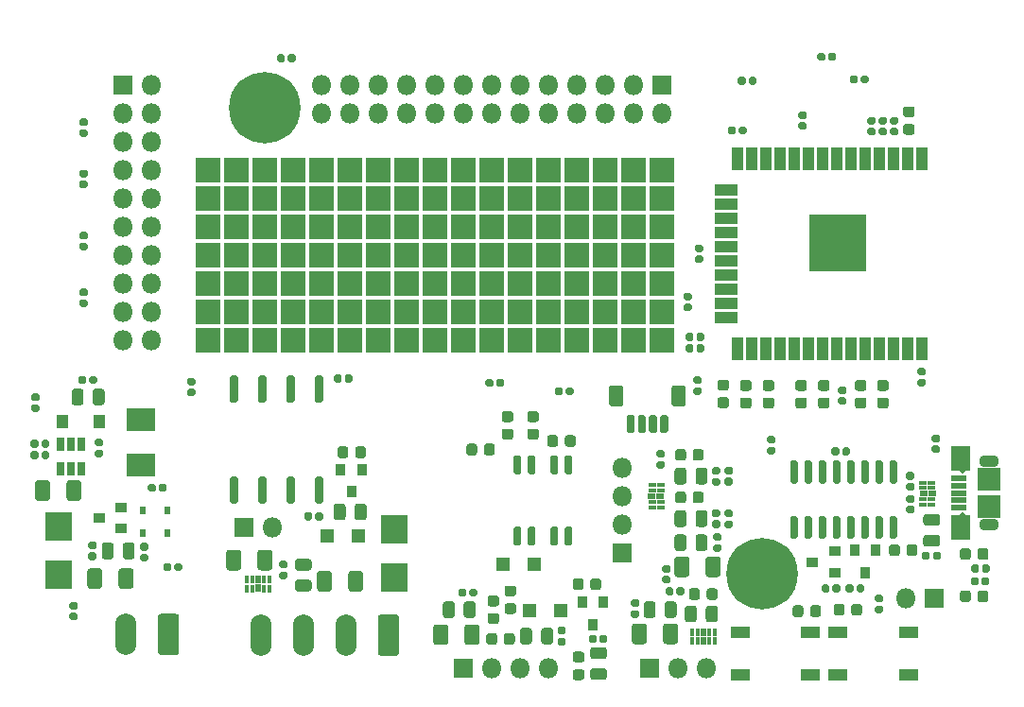
<source format=gbr>
%TF.GenerationSoftware,KiCad,Pcbnew,(5.1.6-0-10_14)*%
%TF.CreationDate,2020-11-01T12:10:01+02:00*%
%TF.ProjectId,SH-ESP32,53482d45-5350-4333-922e-6b696361645f,0.1.0*%
%TF.SameCoordinates,Original*%
%TF.FileFunction,Soldermask,Top*%
%TF.FilePolarity,Negative*%
%FSLAX46Y46*%
G04 Gerber Fmt 4.6, Leading zero omitted, Abs format (unit mm)*
G04 Created by KiCad (PCBNEW (5.1.6-0-10_14)) date 2020-11-01 12:10:01*
%MOMM*%
%LPD*%
G01*
G04 APERTURE LIST*
%ADD10R,0.550000X0.700000*%
%ADD11R,1.200000X1.200000*%
%ADD12C,6.400000*%
%ADD13R,2.200000X2.200000*%
%ADD14O,1.800000X1.800000*%
%ADD15R,1.800000X1.800000*%
%ADD16R,2.400000X2.600000*%
%ADD17R,1.000000X1.300000*%
%ADD18R,1.700000X2.200000*%
%ADD19O,1.800000X1.100000*%
%ADD20R,2.000000X2.000000*%
%ADD21R,1.450000X0.500000*%
%ADD22C,0.500000*%
%ADD23R,2.600000X2.000000*%
%ADD24R,1.000000X0.900000*%
%ADD25R,0.900000X1.000000*%
%ADD26R,5.100000X5.100000*%
%ADD27R,1.000000X2.100000*%
%ADD28R,2.100000X1.000000*%
%ADD29R,0.750000X1.160000*%
%ADD30R,0.725000X0.350000*%
%ADD31R,0.800000X0.550000*%
%ADD32R,0.675000X0.550000*%
%ADD33R,0.350000X0.725000*%
%ADD34R,0.550000X0.800000*%
%ADD35R,0.550000X0.675000*%
%ADD36R,1.800000X1.100000*%
%ADD37O,1.900000X3.700000*%
G04 APERTURE END LIST*
D10*
%TO.C,D304*%
X102997000Y-99026000D03*
X102997000Y-101126000D03*
%TD*%
%TO.C,U902*%
G36*
G01*
X134541000Y-95846000D02*
X134191000Y-95846000D01*
G75*
G02*
X134016000Y-95671000I0J175000D01*
G01*
X134016000Y-94296000D01*
G75*
G02*
X134191000Y-94121000I175000J0D01*
G01*
X134541000Y-94121000D01*
G75*
G02*
X134716000Y-94296000I0J-175000D01*
G01*
X134716000Y-95671000D01*
G75*
G02*
X134541000Y-95846000I-175000J0D01*
G01*
G37*
G36*
G01*
X135811000Y-95846000D02*
X135461000Y-95846000D01*
G75*
G02*
X135286000Y-95671000I0J175000D01*
G01*
X135286000Y-94296000D01*
G75*
G02*
X135461000Y-94121000I175000J0D01*
G01*
X135811000Y-94121000D01*
G75*
G02*
X135986000Y-94296000I0J-175000D01*
G01*
X135986000Y-95671000D01*
G75*
G02*
X135811000Y-95846000I-175000J0D01*
G01*
G37*
G36*
G01*
X135811000Y-102221000D02*
X135461000Y-102221000D01*
G75*
G02*
X135286000Y-102046000I0J175000D01*
G01*
X135286000Y-100671000D01*
G75*
G02*
X135461000Y-100496000I175000J0D01*
G01*
X135811000Y-100496000D01*
G75*
G02*
X135986000Y-100671000I0J-175000D01*
G01*
X135986000Y-102046000D01*
G75*
G02*
X135811000Y-102221000I-175000J0D01*
G01*
G37*
G36*
G01*
X134541000Y-102221000D02*
X134191000Y-102221000D01*
G75*
G02*
X134016000Y-102046000I0J175000D01*
G01*
X134016000Y-100671000D01*
G75*
G02*
X134191000Y-100496000I175000J0D01*
G01*
X134541000Y-100496000D01*
G75*
G02*
X134716000Y-100671000I0J-175000D01*
G01*
X134716000Y-102046000D01*
G75*
G02*
X134541000Y-102221000I-175000J0D01*
G01*
G37*
%TD*%
%TO.C,U901*%
G36*
G01*
X138763000Y-100496000D02*
X139113000Y-100496000D01*
G75*
G02*
X139288000Y-100671000I0J-175000D01*
G01*
X139288000Y-102046000D01*
G75*
G02*
X139113000Y-102221000I-175000J0D01*
G01*
X138763000Y-102221000D01*
G75*
G02*
X138588000Y-102046000I0J175000D01*
G01*
X138588000Y-100671000D01*
G75*
G02*
X138763000Y-100496000I175000J0D01*
G01*
G37*
G36*
G01*
X137493000Y-100496000D02*
X137843000Y-100496000D01*
G75*
G02*
X138018000Y-100671000I0J-175000D01*
G01*
X138018000Y-102046000D01*
G75*
G02*
X137843000Y-102221000I-175000J0D01*
G01*
X137493000Y-102221000D01*
G75*
G02*
X137318000Y-102046000I0J175000D01*
G01*
X137318000Y-100671000D01*
G75*
G02*
X137493000Y-100496000I175000J0D01*
G01*
G37*
G36*
G01*
X137493000Y-94121000D02*
X137843000Y-94121000D01*
G75*
G02*
X138018000Y-94296000I0J-175000D01*
G01*
X138018000Y-95671000D01*
G75*
G02*
X137843000Y-95846000I-175000J0D01*
G01*
X137493000Y-95846000D01*
G75*
G02*
X137318000Y-95671000I0J175000D01*
G01*
X137318000Y-94296000D01*
G75*
G02*
X137493000Y-94121000I175000J0D01*
G01*
G37*
G36*
G01*
X138763000Y-94121000D02*
X139113000Y-94121000D01*
G75*
G02*
X139288000Y-94296000I0J-175000D01*
G01*
X139288000Y-95671000D01*
G75*
G02*
X139113000Y-95846000I-175000J0D01*
G01*
X138763000Y-95846000D01*
G75*
G02*
X138588000Y-95671000I0J175000D01*
G01*
X138588000Y-94296000D01*
G75*
G02*
X138763000Y-94121000I175000J0D01*
G01*
G37*
%TD*%
%TO.C,R904*%
G36*
G01*
X134012250Y-106761000D02*
X133449750Y-106761000D01*
G75*
G02*
X133206000Y-106517250I0J243750D01*
G01*
X133206000Y-106029750D01*
G75*
G02*
X133449750Y-105786000I243750J0D01*
G01*
X134012250Y-105786000D01*
G75*
G02*
X134256000Y-106029750I0J-243750D01*
G01*
X134256000Y-106517250D01*
G75*
G02*
X134012250Y-106761000I-243750J0D01*
G01*
G37*
G36*
G01*
X134012250Y-108336000D02*
X133449750Y-108336000D01*
G75*
G02*
X133206000Y-108092250I0J243750D01*
G01*
X133206000Y-107604750D01*
G75*
G02*
X133449750Y-107361000I243750J0D01*
G01*
X134012250Y-107361000D01*
G75*
G02*
X134256000Y-107604750I0J-243750D01*
G01*
X134256000Y-108092250D01*
G75*
G02*
X134012250Y-108336000I-243750J0D01*
G01*
G37*
%TD*%
%TO.C,R903*%
G36*
G01*
X140889000Y-105945250D02*
X140889000Y-105382750D01*
G75*
G02*
X141132750Y-105139000I243750J0D01*
G01*
X141620250Y-105139000D01*
G75*
G02*
X141864000Y-105382750I0J-243750D01*
G01*
X141864000Y-105945250D01*
G75*
G02*
X141620250Y-106189000I-243750J0D01*
G01*
X141132750Y-106189000D01*
G75*
G02*
X140889000Y-105945250I0J243750D01*
G01*
G37*
G36*
G01*
X139314000Y-105945250D02*
X139314000Y-105382750D01*
G75*
G02*
X139557750Y-105139000I243750J0D01*
G01*
X140045250Y-105139000D01*
G75*
G02*
X140289000Y-105382750I0J-243750D01*
G01*
X140289000Y-105945250D01*
G75*
G02*
X140045250Y-106189000I-243750J0D01*
G01*
X139557750Y-106189000D01*
G75*
G02*
X139314000Y-105945250I0J243750D01*
G01*
G37*
%TD*%
D11*
%TO.C,D902*%
X135893000Y-103886000D03*
X133093000Y-103886000D03*
%TD*%
%TO.C,D901*%
X138207000Y-108028000D03*
X135407000Y-108028000D03*
%TD*%
%TO.C,R902*%
G36*
G01*
X130764000Y-93317750D02*
X130764000Y-93880250D01*
G75*
G02*
X130520250Y-94124000I-243750J0D01*
G01*
X130032750Y-94124000D01*
G75*
G02*
X129789000Y-93880250I0J243750D01*
G01*
X129789000Y-93317750D01*
G75*
G02*
X130032750Y-93074000I243750J0D01*
G01*
X130520250Y-93074000D01*
G75*
G02*
X130764000Y-93317750I0J-243750D01*
G01*
G37*
G36*
G01*
X132339000Y-93317750D02*
X132339000Y-93880250D01*
G75*
G02*
X132095250Y-94124000I-243750J0D01*
G01*
X131607750Y-94124000D01*
G75*
G02*
X131364000Y-93880250I0J243750D01*
G01*
X131364000Y-93317750D01*
G75*
G02*
X131607750Y-93074000I243750J0D01*
G01*
X132095250Y-93074000D01*
G75*
G02*
X132339000Y-93317750I0J-243750D01*
G01*
G37*
%TD*%
%TO.C,C1028*%
G36*
G01*
X132194000Y-87432500D02*
X132194000Y-87827500D01*
G75*
G02*
X132021500Y-88000000I-172500J0D01*
G01*
X131676500Y-88000000D01*
G75*
G02*
X131504000Y-87827500I0J172500D01*
G01*
X131504000Y-87432500D01*
G75*
G02*
X131676500Y-87260000I172500J0D01*
G01*
X132021500Y-87260000D01*
G75*
G02*
X132194000Y-87432500I0J-172500D01*
G01*
G37*
G36*
G01*
X133164000Y-87432500D02*
X133164000Y-87827500D01*
G75*
G02*
X132991500Y-88000000I-172500J0D01*
G01*
X132646500Y-88000000D01*
G75*
G02*
X132474000Y-87827500I0J172500D01*
G01*
X132474000Y-87432500D01*
G75*
G02*
X132646500Y-87260000I172500J0D01*
G01*
X132991500Y-87260000D01*
G75*
G02*
X133164000Y-87432500I0J-172500D01*
G01*
G37*
%TD*%
%TO.C,C1027*%
G36*
G01*
X159695500Y-64275000D02*
X160090500Y-64275000D01*
G75*
G02*
X160263000Y-64447500I0J-172500D01*
G01*
X160263000Y-64792500D01*
G75*
G02*
X160090500Y-64965000I-172500J0D01*
G01*
X159695500Y-64965000D01*
G75*
G02*
X159523000Y-64792500I0J172500D01*
G01*
X159523000Y-64447500D01*
G75*
G02*
X159695500Y-64275000I172500J0D01*
G01*
G37*
G36*
G01*
X159695500Y-63305000D02*
X160090500Y-63305000D01*
G75*
G02*
X160263000Y-63477500I0J-172500D01*
G01*
X160263000Y-63822500D01*
G75*
G02*
X160090500Y-63995000I-172500J0D01*
G01*
X159695500Y-63995000D01*
G75*
G02*
X159523000Y-63822500I0J172500D01*
G01*
X159523000Y-63477500D01*
G75*
G02*
X159695500Y-63305000I172500J0D01*
G01*
G37*
%TD*%
%TO.C,C1026*%
G36*
G01*
X103645000Y-104337500D02*
X103645000Y-103942500D01*
G75*
G02*
X103817500Y-103770000I172500J0D01*
G01*
X104162500Y-103770000D01*
G75*
G02*
X104335000Y-103942500I0J-172500D01*
G01*
X104335000Y-104337500D01*
G75*
G02*
X104162500Y-104510000I-172500J0D01*
G01*
X103817500Y-104510000D01*
G75*
G02*
X103645000Y-104337500I0J172500D01*
G01*
G37*
G36*
G01*
X102675000Y-104337500D02*
X102675000Y-103942500D01*
G75*
G02*
X102847500Y-103770000I172500J0D01*
G01*
X103192500Y-103770000D01*
G75*
G02*
X103365000Y-103942500I0J-172500D01*
G01*
X103365000Y-104337500D01*
G75*
G02*
X103192500Y-104510000I-172500J0D01*
G01*
X102847500Y-104510000D01*
G75*
G02*
X102675000Y-104337500I0J172500D01*
G01*
G37*
%TD*%
%TO.C,C1025*%
G36*
G01*
X113805000Y-58744500D02*
X113805000Y-58349500D01*
G75*
G02*
X113977500Y-58177000I172500J0D01*
G01*
X114322500Y-58177000D01*
G75*
G02*
X114495000Y-58349500I0J-172500D01*
G01*
X114495000Y-58744500D01*
G75*
G02*
X114322500Y-58917000I-172500J0D01*
G01*
X113977500Y-58917000D01*
G75*
G02*
X113805000Y-58744500I0J172500D01*
G01*
G37*
G36*
G01*
X112835000Y-58744500D02*
X112835000Y-58349500D01*
G75*
G02*
X113007500Y-58177000I172500J0D01*
G01*
X113352500Y-58177000D01*
G75*
G02*
X113525000Y-58349500I0J-172500D01*
G01*
X113525000Y-58744500D01*
G75*
G02*
X113352500Y-58917000I-172500J0D01*
G01*
X113007500Y-58917000D01*
G75*
G02*
X112835000Y-58744500I0J172500D01*
G01*
G37*
%TD*%
%TO.C,C1024*%
G36*
G01*
X172028500Y-92951000D02*
X171633500Y-92951000D01*
G75*
G02*
X171461000Y-92778500I0J172500D01*
G01*
X171461000Y-92433500D01*
G75*
G02*
X171633500Y-92261000I172500J0D01*
G01*
X172028500Y-92261000D01*
G75*
G02*
X172201000Y-92433500I0J-172500D01*
G01*
X172201000Y-92778500D01*
G75*
G02*
X172028500Y-92951000I-172500J0D01*
G01*
G37*
G36*
G01*
X172028500Y-93921000D02*
X171633500Y-93921000D01*
G75*
G02*
X171461000Y-93748500I0J172500D01*
G01*
X171461000Y-93403500D01*
G75*
G02*
X171633500Y-93231000I172500J0D01*
G01*
X172028500Y-93231000D01*
G75*
G02*
X172201000Y-93403500I0J-172500D01*
G01*
X172201000Y-93748500D01*
G75*
G02*
X172028500Y-93921000I-172500J0D01*
G01*
G37*
%TD*%
%TO.C,C1023*%
G36*
G01*
X105353500Y-87871000D02*
X104958500Y-87871000D01*
G75*
G02*
X104786000Y-87698500I0J172500D01*
G01*
X104786000Y-87353500D01*
G75*
G02*
X104958500Y-87181000I172500J0D01*
G01*
X105353500Y-87181000D01*
G75*
G02*
X105526000Y-87353500I0J-172500D01*
G01*
X105526000Y-87698500D01*
G75*
G02*
X105353500Y-87871000I-172500J0D01*
G01*
G37*
G36*
G01*
X105353500Y-88841000D02*
X104958500Y-88841000D01*
G75*
G02*
X104786000Y-88668500I0J172500D01*
G01*
X104786000Y-88323500D01*
G75*
G02*
X104958500Y-88151000I172500J0D01*
G01*
X105353500Y-88151000D01*
G75*
G02*
X105526000Y-88323500I0J-172500D01*
G01*
X105526000Y-88668500D01*
G75*
G02*
X105353500Y-88841000I-172500J0D01*
G01*
G37*
%TD*%
%TO.C,C1022*%
G36*
G01*
X94417500Y-108217000D02*
X94812500Y-108217000D01*
G75*
G02*
X94985000Y-108389500I0J-172500D01*
G01*
X94985000Y-108734500D01*
G75*
G02*
X94812500Y-108907000I-172500J0D01*
G01*
X94417500Y-108907000D01*
G75*
G02*
X94245000Y-108734500I0J172500D01*
G01*
X94245000Y-108389500D01*
G75*
G02*
X94417500Y-108217000I172500J0D01*
G01*
G37*
G36*
G01*
X94417500Y-107247000D02*
X94812500Y-107247000D01*
G75*
G02*
X94985000Y-107419500I0J-172500D01*
G01*
X94985000Y-107764500D01*
G75*
G02*
X94812500Y-107937000I-172500J0D01*
G01*
X94417500Y-107937000D01*
G75*
G02*
X94245000Y-107764500I0J172500D01*
G01*
X94245000Y-107419500D01*
G75*
G02*
X94417500Y-107247000I172500J0D01*
G01*
G37*
%TD*%
%TO.C,C1021*%
G36*
G01*
X91383500Y-89268000D02*
X90988500Y-89268000D01*
G75*
G02*
X90816000Y-89095500I0J172500D01*
G01*
X90816000Y-88750500D01*
G75*
G02*
X90988500Y-88578000I172500J0D01*
G01*
X91383500Y-88578000D01*
G75*
G02*
X91556000Y-88750500I0J-172500D01*
G01*
X91556000Y-89095500D01*
G75*
G02*
X91383500Y-89268000I-172500J0D01*
G01*
G37*
G36*
G01*
X91383500Y-90238000D02*
X90988500Y-90238000D01*
G75*
G02*
X90816000Y-90065500I0J172500D01*
G01*
X90816000Y-89720500D01*
G75*
G02*
X90988500Y-89548000I172500J0D01*
G01*
X91383500Y-89548000D01*
G75*
G02*
X91556000Y-89720500I0J-172500D01*
G01*
X91556000Y-90065500D01*
G75*
G02*
X91383500Y-90238000I-172500J0D01*
G01*
G37*
%TD*%
D12*
%TO.C,H1002*%
X156250000Y-104750000D03*
%TD*%
%TO.C,H1001*%
X111750000Y-63000000D03*
%TD*%
%TO.C,C1020*%
G36*
G01*
X95701500Y-79870000D02*
X95306500Y-79870000D01*
G75*
G02*
X95134000Y-79697500I0J172500D01*
G01*
X95134000Y-79352500D01*
G75*
G02*
X95306500Y-79180000I172500J0D01*
G01*
X95701500Y-79180000D01*
G75*
G02*
X95874000Y-79352500I0J-172500D01*
G01*
X95874000Y-79697500D01*
G75*
G02*
X95701500Y-79870000I-172500J0D01*
G01*
G37*
G36*
G01*
X95701500Y-80840000D02*
X95306500Y-80840000D01*
G75*
G02*
X95134000Y-80667500I0J172500D01*
G01*
X95134000Y-80322500D01*
G75*
G02*
X95306500Y-80150000I172500J0D01*
G01*
X95701500Y-80150000D01*
G75*
G02*
X95874000Y-80322500I0J-172500D01*
G01*
X95874000Y-80667500D01*
G75*
G02*
X95701500Y-80840000I-172500J0D01*
G01*
G37*
%TD*%
%TO.C,C1019*%
G36*
G01*
X95701500Y-74790000D02*
X95306500Y-74790000D01*
G75*
G02*
X95134000Y-74617500I0J172500D01*
G01*
X95134000Y-74272500D01*
G75*
G02*
X95306500Y-74100000I172500J0D01*
G01*
X95701500Y-74100000D01*
G75*
G02*
X95874000Y-74272500I0J-172500D01*
G01*
X95874000Y-74617500D01*
G75*
G02*
X95701500Y-74790000I-172500J0D01*
G01*
G37*
G36*
G01*
X95701500Y-75760000D02*
X95306500Y-75760000D01*
G75*
G02*
X95134000Y-75587500I0J172500D01*
G01*
X95134000Y-75242500D01*
G75*
G02*
X95306500Y-75070000I172500J0D01*
G01*
X95701500Y-75070000D01*
G75*
G02*
X95874000Y-75242500I0J-172500D01*
G01*
X95874000Y-75587500D01*
G75*
G02*
X95701500Y-75760000I-172500J0D01*
G01*
G37*
%TD*%
%TO.C,C1018*%
G36*
G01*
X95701500Y-69225000D02*
X95306500Y-69225000D01*
G75*
G02*
X95134000Y-69052500I0J172500D01*
G01*
X95134000Y-68707500D01*
G75*
G02*
X95306500Y-68535000I172500J0D01*
G01*
X95701500Y-68535000D01*
G75*
G02*
X95874000Y-68707500I0J-172500D01*
G01*
X95874000Y-69052500D01*
G75*
G02*
X95701500Y-69225000I-172500J0D01*
G01*
G37*
G36*
G01*
X95701500Y-70195000D02*
X95306500Y-70195000D01*
G75*
G02*
X95134000Y-70022500I0J172500D01*
G01*
X95134000Y-69677500D01*
G75*
G02*
X95306500Y-69505000I172500J0D01*
G01*
X95701500Y-69505000D01*
G75*
G02*
X95874000Y-69677500I0J-172500D01*
G01*
X95874000Y-70022500D01*
G75*
G02*
X95701500Y-70195000I-172500J0D01*
G01*
G37*
%TD*%
%TO.C,C1017*%
G36*
G01*
X95701500Y-64630000D02*
X95306500Y-64630000D01*
G75*
G02*
X95134000Y-64457500I0J172500D01*
G01*
X95134000Y-64112500D01*
G75*
G02*
X95306500Y-63940000I172500J0D01*
G01*
X95701500Y-63940000D01*
G75*
G02*
X95874000Y-64112500I0J-172500D01*
G01*
X95874000Y-64457500D01*
G75*
G02*
X95701500Y-64630000I-172500J0D01*
G01*
G37*
G36*
G01*
X95701500Y-65600000D02*
X95306500Y-65600000D01*
G75*
G02*
X95134000Y-65427500I0J172500D01*
G01*
X95134000Y-65082500D01*
G75*
G02*
X95306500Y-64910000I172500J0D01*
G01*
X95701500Y-64910000D01*
G75*
G02*
X95874000Y-65082500I0J-172500D01*
G01*
X95874000Y-65427500D01*
G75*
G02*
X95701500Y-65600000I-172500J0D01*
G01*
G37*
%TD*%
%TO.C,C1016*%
G36*
G01*
X147503500Y-104915000D02*
X147898500Y-104915000D01*
G75*
G02*
X148071000Y-105087500I0J-172500D01*
G01*
X148071000Y-105432500D01*
G75*
G02*
X147898500Y-105605000I-172500J0D01*
G01*
X147503500Y-105605000D01*
G75*
G02*
X147331000Y-105432500I0J172500D01*
G01*
X147331000Y-105087500D01*
G75*
G02*
X147503500Y-104915000I172500J0D01*
G01*
G37*
G36*
G01*
X147503500Y-103945000D02*
X147898500Y-103945000D01*
G75*
G02*
X148071000Y-104117500I0J-172500D01*
G01*
X148071000Y-104462500D01*
G75*
G02*
X147898500Y-104635000I-172500J0D01*
G01*
X147503500Y-104635000D01*
G75*
G02*
X147331000Y-104462500I0J172500D01*
G01*
X147331000Y-104117500D01*
G75*
G02*
X147503500Y-103945000I172500J0D01*
G01*
G37*
%TD*%
%TO.C,C1015*%
G36*
G01*
X165113000Y-60649500D02*
X165113000Y-60254500D01*
G75*
G02*
X165285500Y-60082000I172500J0D01*
G01*
X165630500Y-60082000D01*
G75*
G02*
X165803000Y-60254500I0J-172500D01*
G01*
X165803000Y-60649500D01*
G75*
G02*
X165630500Y-60822000I-172500J0D01*
G01*
X165285500Y-60822000D01*
G75*
G02*
X165113000Y-60649500I0J172500D01*
G01*
G37*
G36*
G01*
X164143000Y-60649500D02*
X164143000Y-60254500D01*
G75*
G02*
X164315500Y-60082000I172500J0D01*
G01*
X164660500Y-60082000D01*
G75*
G02*
X164833000Y-60254500I0J-172500D01*
G01*
X164833000Y-60649500D01*
G75*
G02*
X164660500Y-60822000I-172500J0D01*
G01*
X164315500Y-60822000D01*
G75*
G02*
X164143000Y-60649500I0J172500D01*
G01*
G37*
%TD*%
%TO.C,C1014*%
G36*
G01*
X162192000Y-58617500D02*
X162192000Y-58222500D01*
G75*
G02*
X162364500Y-58050000I172500J0D01*
G01*
X162709500Y-58050000D01*
G75*
G02*
X162882000Y-58222500I0J-172500D01*
G01*
X162882000Y-58617500D01*
G75*
G02*
X162709500Y-58790000I-172500J0D01*
G01*
X162364500Y-58790000D01*
G75*
G02*
X162192000Y-58617500I0J172500D01*
G01*
G37*
G36*
G01*
X161222000Y-58617500D02*
X161222000Y-58222500D01*
G75*
G02*
X161394500Y-58050000I172500J0D01*
G01*
X161739500Y-58050000D01*
G75*
G02*
X161912000Y-58222500I0J-172500D01*
G01*
X161912000Y-58617500D01*
G75*
G02*
X161739500Y-58790000I-172500J0D01*
G01*
X161394500Y-58790000D01*
G75*
G02*
X161222000Y-58617500I0J172500D01*
G01*
G37*
%TD*%
%TO.C,C1013*%
G36*
G01*
X155080000Y-60776500D02*
X155080000Y-60381500D01*
G75*
G02*
X155252500Y-60209000I172500J0D01*
G01*
X155597500Y-60209000D01*
G75*
G02*
X155770000Y-60381500I0J-172500D01*
G01*
X155770000Y-60776500D01*
G75*
G02*
X155597500Y-60949000I-172500J0D01*
G01*
X155252500Y-60949000D01*
G75*
G02*
X155080000Y-60776500I0J172500D01*
G01*
G37*
G36*
G01*
X154110000Y-60776500D02*
X154110000Y-60381500D01*
G75*
G02*
X154282500Y-60209000I172500J0D01*
G01*
X154627500Y-60209000D01*
G75*
G02*
X154800000Y-60381500I0J-172500D01*
G01*
X154800000Y-60776500D01*
G75*
G02*
X154627500Y-60949000I-172500J0D01*
G01*
X154282500Y-60949000D01*
G75*
G02*
X154110000Y-60776500I0J172500D01*
G01*
G37*
%TD*%
%TO.C,C1012*%
G36*
G01*
X154191000Y-65221500D02*
X154191000Y-64826500D01*
G75*
G02*
X154363500Y-64654000I172500J0D01*
G01*
X154708500Y-64654000D01*
G75*
G02*
X154881000Y-64826500I0J-172500D01*
G01*
X154881000Y-65221500D01*
G75*
G02*
X154708500Y-65394000I-172500J0D01*
G01*
X154363500Y-65394000D01*
G75*
G02*
X154191000Y-65221500I0J172500D01*
G01*
G37*
G36*
G01*
X153221000Y-65221500D02*
X153221000Y-64826500D01*
G75*
G02*
X153393500Y-64654000I172500J0D01*
G01*
X153738500Y-64654000D01*
G75*
G02*
X153911000Y-64826500I0J-172500D01*
G01*
X153911000Y-65221500D01*
G75*
G02*
X153738500Y-65394000I-172500J0D01*
G01*
X153393500Y-65394000D01*
G75*
G02*
X153221000Y-65221500I0J172500D01*
G01*
G37*
%TD*%
%TO.C,C1011*%
G36*
G01*
X150424500Y-76213000D02*
X150819500Y-76213000D01*
G75*
G02*
X150992000Y-76385500I0J-172500D01*
G01*
X150992000Y-76730500D01*
G75*
G02*
X150819500Y-76903000I-172500J0D01*
G01*
X150424500Y-76903000D01*
G75*
G02*
X150252000Y-76730500I0J172500D01*
G01*
X150252000Y-76385500D01*
G75*
G02*
X150424500Y-76213000I172500J0D01*
G01*
G37*
G36*
G01*
X150424500Y-75243000D02*
X150819500Y-75243000D01*
G75*
G02*
X150992000Y-75415500I0J-172500D01*
G01*
X150992000Y-75760500D01*
G75*
G02*
X150819500Y-75933000I-172500J0D01*
G01*
X150424500Y-75933000D01*
G75*
G02*
X150252000Y-75760500I0J172500D01*
G01*
X150252000Y-75415500D01*
G75*
G02*
X150424500Y-75243000I172500J0D01*
G01*
G37*
%TD*%
%TO.C,C1010*%
G36*
G01*
X149408500Y-80531000D02*
X149803500Y-80531000D01*
G75*
G02*
X149976000Y-80703500I0J-172500D01*
G01*
X149976000Y-81048500D01*
G75*
G02*
X149803500Y-81221000I-172500J0D01*
G01*
X149408500Y-81221000D01*
G75*
G02*
X149236000Y-81048500I0J172500D01*
G01*
X149236000Y-80703500D01*
G75*
G02*
X149408500Y-80531000I172500J0D01*
G01*
G37*
G36*
G01*
X149408500Y-79561000D02*
X149803500Y-79561000D01*
G75*
G02*
X149976000Y-79733500I0J-172500D01*
G01*
X149976000Y-80078500D01*
G75*
G02*
X149803500Y-80251000I-172500J0D01*
G01*
X149408500Y-80251000D01*
G75*
G02*
X149236000Y-80078500I0J172500D01*
G01*
X149236000Y-79733500D01*
G75*
G02*
X149408500Y-79561000I172500J0D01*
G01*
G37*
%TD*%
%TO.C,C1009*%
G36*
G01*
X163251500Y-88913000D02*
X163646500Y-88913000D01*
G75*
G02*
X163819000Y-89085500I0J-172500D01*
G01*
X163819000Y-89430500D01*
G75*
G02*
X163646500Y-89603000I-172500J0D01*
G01*
X163251500Y-89603000D01*
G75*
G02*
X163079000Y-89430500I0J172500D01*
G01*
X163079000Y-89085500D01*
G75*
G02*
X163251500Y-88913000I172500J0D01*
G01*
G37*
G36*
G01*
X163251500Y-87943000D02*
X163646500Y-87943000D01*
G75*
G02*
X163819000Y-88115500I0J-172500D01*
G01*
X163819000Y-88460500D01*
G75*
G02*
X163646500Y-88633000I-172500J0D01*
G01*
X163251500Y-88633000D01*
G75*
G02*
X163079000Y-88460500I0J172500D01*
G01*
X163079000Y-88115500D01*
G75*
G02*
X163251500Y-87943000I172500J0D01*
G01*
G37*
%TD*%
%TO.C,C1008*%
G36*
G01*
X170363500Y-87262000D02*
X170758500Y-87262000D01*
G75*
G02*
X170931000Y-87434500I0J-172500D01*
G01*
X170931000Y-87779500D01*
G75*
G02*
X170758500Y-87952000I-172500J0D01*
G01*
X170363500Y-87952000D01*
G75*
G02*
X170191000Y-87779500I0J172500D01*
G01*
X170191000Y-87434500D01*
G75*
G02*
X170363500Y-87262000I172500J0D01*
G01*
G37*
G36*
G01*
X170363500Y-86292000D02*
X170758500Y-86292000D01*
G75*
G02*
X170931000Y-86464500I0J-172500D01*
G01*
X170931000Y-86809500D01*
G75*
G02*
X170758500Y-86982000I-172500J0D01*
G01*
X170363500Y-86982000D01*
G75*
G02*
X170191000Y-86809500I0J172500D01*
G01*
X170191000Y-86464500D01*
G75*
G02*
X170363500Y-86292000I172500J0D01*
G01*
G37*
%TD*%
%TO.C,C1007*%
G36*
G01*
X150692500Y-88714000D02*
X150297500Y-88714000D01*
G75*
G02*
X150125000Y-88541500I0J172500D01*
G01*
X150125000Y-88196500D01*
G75*
G02*
X150297500Y-88024000I172500J0D01*
G01*
X150692500Y-88024000D01*
G75*
G02*
X150865000Y-88196500I0J-172500D01*
G01*
X150865000Y-88541500D01*
G75*
G02*
X150692500Y-88714000I-172500J0D01*
G01*
G37*
G36*
G01*
X150692500Y-87744000D02*
X150297500Y-87744000D01*
G75*
G02*
X150125000Y-87571500I0J172500D01*
G01*
X150125000Y-87226500D01*
G75*
G02*
X150297500Y-87054000I172500J0D01*
G01*
X150692500Y-87054000D01*
G75*
G02*
X150865000Y-87226500I0J-172500D01*
G01*
X150865000Y-87571500D01*
G75*
G02*
X150692500Y-87744000I-172500J0D01*
G01*
G37*
%TD*%
%TO.C,C1006*%
G36*
G01*
X171567000Y-103321500D02*
X171567000Y-102926500D01*
G75*
G02*
X171739500Y-102754000I172500J0D01*
G01*
X172084500Y-102754000D01*
G75*
G02*
X172257000Y-102926500I0J-172500D01*
G01*
X172257000Y-103321500D01*
G75*
G02*
X172084500Y-103494000I-172500J0D01*
G01*
X171739500Y-103494000D01*
G75*
G02*
X171567000Y-103321500I0J172500D01*
G01*
G37*
G36*
G01*
X170597000Y-103321500D02*
X170597000Y-102926500D01*
G75*
G02*
X170769500Y-102754000I172500J0D01*
G01*
X171114500Y-102754000D01*
G75*
G02*
X171287000Y-102926500I0J-172500D01*
G01*
X171287000Y-103321500D01*
G75*
G02*
X171114500Y-103494000I-172500J0D01*
G01*
X170769500Y-103494000D01*
G75*
G02*
X170597000Y-103321500I0J172500D01*
G01*
G37*
%TD*%
%TO.C,C1005*%
G36*
G01*
X166948500Y-107302000D02*
X166553500Y-107302000D01*
G75*
G02*
X166381000Y-107129500I0J172500D01*
G01*
X166381000Y-106784500D01*
G75*
G02*
X166553500Y-106612000I172500J0D01*
G01*
X166948500Y-106612000D01*
G75*
G02*
X167121000Y-106784500I0J-172500D01*
G01*
X167121000Y-107129500D01*
G75*
G02*
X166948500Y-107302000I-172500J0D01*
G01*
G37*
G36*
G01*
X166948500Y-108272000D02*
X166553500Y-108272000D01*
G75*
G02*
X166381000Y-108099500I0J172500D01*
G01*
X166381000Y-107754500D01*
G75*
G02*
X166553500Y-107582000I172500J0D01*
G01*
X166948500Y-107582000D01*
G75*
G02*
X167121000Y-107754500I0J-172500D01*
G01*
X167121000Y-108099500D01*
G75*
G02*
X166948500Y-108272000I-172500J0D01*
G01*
G37*
%TD*%
%TO.C,C1004*%
G36*
G01*
X138697000Y-88589500D02*
X138697000Y-88194500D01*
G75*
G02*
X138869500Y-88022000I172500J0D01*
G01*
X139214500Y-88022000D01*
G75*
G02*
X139387000Y-88194500I0J-172500D01*
G01*
X139387000Y-88589500D01*
G75*
G02*
X139214500Y-88762000I-172500J0D01*
G01*
X138869500Y-88762000D01*
G75*
G02*
X138697000Y-88589500I0J172500D01*
G01*
G37*
G36*
G01*
X137727000Y-88589500D02*
X137727000Y-88194500D01*
G75*
G02*
X137899500Y-88022000I172500J0D01*
G01*
X138244500Y-88022000D01*
G75*
G02*
X138417000Y-88194500I0J-172500D01*
G01*
X138417000Y-88589500D01*
G75*
G02*
X138244500Y-88762000I-172500J0D01*
G01*
X137899500Y-88762000D01*
G75*
G02*
X137727000Y-88589500I0J172500D01*
G01*
G37*
%TD*%
%TO.C,C1003*%
G36*
G01*
X146995500Y-94628000D02*
X147390500Y-94628000D01*
G75*
G02*
X147563000Y-94800500I0J-172500D01*
G01*
X147563000Y-95145500D01*
G75*
G02*
X147390500Y-95318000I-172500J0D01*
G01*
X146995500Y-95318000D01*
G75*
G02*
X146823000Y-95145500I0J172500D01*
G01*
X146823000Y-94800500D01*
G75*
G02*
X146995500Y-94628000I172500J0D01*
G01*
G37*
G36*
G01*
X146995500Y-93658000D02*
X147390500Y-93658000D01*
G75*
G02*
X147563000Y-93830500I0J-172500D01*
G01*
X147563000Y-94175500D01*
G75*
G02*
X147390500Y-94348000I-172500J0D01*
G01*
X146995500Y-94348000D01*
G75*
G02*
X146823000Y-94175500I0J172500D01*
G01*
X146823000Y-93830500D01*
G75*
G02*
X146995500Y-93658000I172500J0D01*
G01*
G37*
%TD*%
%TO.C,C1002*%
G36*
G01*
X157296500Y-93078000D02*
X156901500Y-93078000D01*
G75*
G02*
X156729000Y-92905500I0J172500D01*
G01*
X156729000Y-92560500D01*
G75*
G02*
X156901500Y-92388000I172500J0D01*
G01*
X157296500Y-92388000D01*
G75*
G02*
X157469000Y-92560500I0J-172500D01*
G01*
X157469000Y-92905500D01*
G75*
G02*
X157296500Y-93078000I-172500J0D01*
G01*
G37*
G36*
G01*
X157296500Y-94048000D02*
X156901500Y-94048000D01*
G75*
G02*
X156729000Y-93875500I0J172500D01*
G01*
X156729000Y-93530500D01*
G75*
G02*
X156901500Y-93358000I172500J0D01*
G01*
X157296500Y-93358000D01*
G75*
G02*
X157469000Y-93530500I0J-172500D01*
G01*
X157469000Y-93875500D01*
G75*
G02*
X157296500Y-94048000I-172500J0D01*
G01*
G37*
%TD*%
%TO.C,C1001*%
G36*
G01*
X102248000Y-97225500D02*
X102248000Y-96830500D01*
G75*
G02*
X102420500Y-96658000I172500J0D01*
G01*
X102765500Y-96658000D01*
G75*
G02*
X102938000Y-96830500I0J-172500D01*
G01*
X102938000Y-97225500D01*
G75*
G02*
X102765500Y-97398000I-172500J0D01*
G01*
X102420500Y-97398000D01*
G75*
G02*
X102248000Y-97225500I0J172500D01*
G01*
G37*
G36*
G01*
X101278000Y-97225500D02*
X101278000Y-96830500D01*
G75*
G02*
X101450500Y-96658000I172500J0D01*
G01*
X101795500Y-96658000D01*
G75*
G02*
X101968000Y-96830500I0J-172500D01*
G01*
X101968000Y-97225500D01*
G75*
G02*
X101795500Y-97398000I-172500J0D01*
G01*
X101450500Y-97398000D01*
G75*
G02*
X101278000Y-97225500I0J172500D01*
G01*
G37*
%TD*%
D13*
%TO.C,REF\u002A\u002A*%
X109220000Y-68580000D03*
%TD*%
%TO.C,REF\u002A\u002A*%
X106680000Y-68580000D03*
%TD*%
%TO.C,REF\u002A\u002A*%
X147320000Y-68580000D03*
%TD*%
%TO.C,REF\u002A\u002A*%
X147320000Y-71120000D03*
%TD*%
%TO.C,REF\u002A\u002A*%
X144780000Y-68580000D03*
%TD*%
%TO.C,REF\u002A\u002A*%
X147320000Y-76200000D03*
%TD*%
%TO.C,REF\u002A\u002A*%
X147320000Y-78740000D03*
%TD*%
%TO.C,REF\u002A\u002A*%
X147320000Y-81280000D03*
%TD*%
%TO.C,REF\u002A\u002A*%
X147320000Y-73660000D03*
%TD*%
%TO.C,REF\u002A\u002A*%
X147320000Y-83820000D03*
%TD*%
%TO.C,REF\u002A\u002A*%
X124460000Y-68580000D03*
%TD*%
%TO.C,REF\u002A\u002A*%
X114300000Y-68580000D03*
%TD*%
%TO.C,REF\u002A\u002A*%
X132080000Y-68580000D03*
%TD*%
%TO.C,REF\u002A\u002A*%
X127000000Y-68580000D03*
%TD*%
%TO.C,REF\u002A\u002A*%
X129540000Y-68580000D03*
%TD*%
%TO.C,REF\u002A\u002A*%
X119380000Y-68580000D03*
%TD*%
%TO.C,REF\u002A\u002A*%
X139700000Y-68580000D03*
%TD*%
%TO.C,REF\u002A\u002A*%
X137160000Y-68580000D03*
%TD*%
%TO.C,REF\u002A\u002A*%
X116840000Y-68580000D03*
%TD*%
%TO.C,REF\u002A\u002A*%
X111760000Y-68580000D03*
%TD*%
%TO.C,REF\u002A\u002A*%
X134620000Y-68580000D03*
%TD*%
%TO.C,REF\u002A\u002A*%
X121920000Y-68580000D03*
%TD*%
%TO.C,REF\u002A\u002A*%
X142240000Y-68580000D03*
%TD*%
%TO.C,C601*%
G36*
G01*
X113213500Y-104534000D02*
X113608500Y-104534000D01*
G75*
G02*
X113781000Y-104706500I0J-172500D01*
G01*
X113781000Y-105051500D01*
G75*
G02*
X113608500Y-105224000I-172500J0D01*
G01*
X113213500Y-105224000D01*
G75*
G02*
X113041000Y-105051500I0J172500D01*
G01*
X113041000Y-104706500D01*
G75*
G02*
X113213500Y-104534000I172500J0D01*
G01*
G37*
G36*
G01*
X113213500Y-103564000D02*
X113608500Y-103564000D01*
G75*
G02*
X113781000Y-103736500I0J-172500D01*
G01*
X113781000Y-104081500D01*
G75*
G02*
X113608500Y-104254000I-172500J0D01*
G01*
X113213500Y-104254000D01*
G75*
G02*
X113041000Y-104081500I0J172500D01*
G01*
X113041000Y-103736500D01*
G75*
G02*
X113213500Y-103564000I172500J0D01*
G01*
G37*
%TD*%
%TO.C,C303*%
G36*
G01*
X97098500Y-93332000D02*
X96703500Y-93332000D01*
G75*
G02*
X96531000Y-93159500I0J172500D01*
G01*
X96531000Y-92814500D01*
G75*
G02*
X96703500Y-92642000I172500J0D01*
G01*
X97098500Y-92642000D01*
G75*
G02*
X97271000Y-92814500I0J-172500D01*
G01*
X97271000Y-93159500D01*
G75*
G02*
X97098500Y-93332000I-172500J0D01*
G01*
G37*
G36*
G01*
X97098500Y-94302000D02*
X96703500Y-94302000D01*
G75*
G02*
X96531000Y-94129500I0J172500D01*
G01*
X96531000Y-93784500D01*
G75*
G02*
X96703500Y-93612000I172500J0D01*
G01*
X97098500Y-93612000D01*
G75*
G02*
X97271000Y-93784500I0J-172500D01*
G01*
X97271000Y-94129500D01*
G75*
G02*
X97098500Y-94302000I-172500J0D01*
G01*
G37*
%TD*%
%TO.C,REF\u002A\u002A*%
X121920000Y-83820000D03*
%TD*%
%TO.C,REF\u002A\u002A*%
X109220000Y-83820000D03*
%TD*%
%TO.C,REF\u002A\u002A*%
X111760000Y-83820000D03*
%TD*%
%TO.C,REF\u002A\u002A*%
X127000000Y-83820000D03*
%TD*%
%TO.C,REF\u002A\u002A*%
X134620000Y-83820000D03*
%TD*%
%TO.C,REF\u002A\u002A*%
X119380000Y-83820000D03*
%TD*%
%TO.C,REF\u002A\u002A*%
X137160000Y-83820000D03*
%TD*%
%TO.C,REF\u002A\u002A*%
X139700000Y-83820000D03*
%TD*%
%TO.C,REF\u002A\u002A*%
X142240000Y-83820000D03*
%TD*%
%TO.C,REF\u002A\u002A*%
X144780000Y-83820000D03*
%TD*%
%TO.C,REF\u002A\u002A*%
X124460000Y-83820000D03*
%TD*%
%TO.C,REF\u002A\u002A*%
X106680000Y-83820000D03*
%TD*%
%TO.C,REF\u002A\u002A*%
X114300000Y-83820000D03*
%TD*%
%TO.C,REF\u002A\u002A*%
X116840000Y-83820000D03*
%TD*%
%TO.C,REF\u002A\u002A*%
X132080000Y-83820000D03*
%TD*%
%TO.C,REF\u002A\u002A*%
X129540000Y-83820000D03*
%TD*%
%TO.C,REF\u002A\u002A*%
X114300000Y-73660000D03*
%TD*%
%TO.C,REF\u002A\u002A*%
X111760000Y-71120000D03*
%TD*%
%TO.C,REF\u002A\u002A*%
X111760000Y-76200000D03*
%TD*%
%TO.C,REF\u002A\u002A*%
X124460000Y-76200000D03*
%TD*%
%TO.C,REF\u002A\u002A*%
X106680000Y-71120000D03*
%TD*%
%TO.C,REF\u002A\u002A*%
X106680000Y-81280000D03*
%TD*%
%TO.C,REF\u002A\u002A*%
X106680000Y-76200000D03*
%TD*%
%TO.C,REF\u002A\u002A*%
X106680000Y-78740000D03*
%TD*%
%TO.C,REF\u002A\u002A*%
X109220000Y-76200000D03*
%TD*%
%TO.C,REF\u002A\u002A*%
X109220000Y-78740000D03*
%TD*%
%TO.C,REF\u002A\u002A*%
X109220000Y-71120000D03*
%TD*%
%TO.C,REF\u002A\u002A*%
X109220000Y-73660000D03*
%TD*%
%TO.C,REF\u002A\u002A*%
X106680000Y-73660000D03*
%TD*%
%TO.C,REF\u002A\u002A*%
X114300000Y-76200000D03*
%TD*%
%TO.C,REF\u002A\u002A*%
X114300000Y-78740000D03*
%TD*%
%TO.C,REF\u002A\u002A*%
X111760000Y-73660000D03*
%TD*%
%TO.C,REF\u002A\u002A*%
X114300000Y-81280000D03*
%TD*%
%TO.C,REF\u002A\u002A*%
X111760000Y-78740000D03*
%TD*%
%TO.C,REF\u002A\u002A*%
X124460000Y-78740000D03*
%TD*%
%TO.C,REF\u002A\u002A*%
X116840000Y-81280000D03*
%TD*%
%TO.C,REF\u002A\u002A*%
X116840000Y-76200000D03*
%TD*%
%TO.C,REF\u002A\u002A*%
X116840000Y-78740000D03*
%TD*%
%TO.C,REF\u002A\u002A*%
X119380000Y-76200000D03*
%TD*%
%TO.C,REF\u002A\u002A*%
X119380000Y-78740000D03*
%TD*%
%TO.C,REF\u002A\u002A*%
X119380000Y-71120000D03*
%TD*%
%TO.C,REF\u002A\u002A*%
X119380000Y-73660000D03*
%TD*%
%TO.C,REF\u002A\u002A*%
X116840000Y-73660000D03*
%TD*%
%TO.C,REF\u002A\u002A*%
X116840000Y-71120000D03*
%TD*%
%TO.C,REF\u002A\u002A*%
X119380000Y-81280000D03*
%TD*%
%TO.C,REF\u002A\u002A*%
X121920000Y-76200000D03*
%TD*%
%TO.C,REF\u002A\u002A*%
X121920000Y-78740000D03*
%TD*%
%TO.C,REF\u002A\u002A*%
X121920000Y-81280000D03*
%TD*%
%TO.C,REF\u002A\u002A*%
X121920000Y-73660000D03*
%TD*%
%TO.C,REF\u002A\u002A*%
X121920000Y-71120000D03*
%TD*%
%TO.C,REF\u002A\u002A*%
X124460000Y-81280000D03*
%TD*%
%TO.C,REF\u002A\u002A*%
X124460000Y-73660000D03*
%TD*%
%TO.C,REF\u002A\u002A*%
X114300000Y-71120000D03*
%TD*%
%TO.C,REF\u002A\u002A*%
X111760000Y-81280000D03*
%TD*%
%TO.C,REF\u002A\u002A*%
X109220000Y-81280000D03*
%TD*%
%TO.C,REF\u002A\u002A*%
X124460000Y-71120000D03*
%TD*%
%TO.C,REF\u002A\u002A*%
X134620000Y-76200000D03*
%TD*%
%TO.C,REF\u002A\u002A*%
X134620000Y-78740000D03*
%TD*%
%TO.C,REF\u002A\u002A*%
X127000000Y-81280000D03*
%TD*%
%TO.C,REF\u002A\u002A*%
X127000000Y-76200000D03*
%TD*%
%TO.C,REF\u002A\u002A*%
X127000000Y-78740000D03*
%TD*%
%TO.C,REF\u002A\u002A*%
X129540000Y-76200000D03*
%TD*%
%TO.C,REF\u002A\u002A*%
X129540000Y-78740000D03*
%TD*%
%TO.C,REF\u002A\u002A*%
X129540000Y-71120000D03*
%TD*%
%TO.C,REF\u002A\u002A*%
X129540000Y-73660000D03*
%TD*%
%TO.C,REF\u002A\u002A*%
X127000000Y-73660000D03*
%TD*%
%TO.C,REF\u002A\u002A*%
X127000000Y-71120000D03*
%TD*%
%TO.C,REF\u002A\u002A*%
X129540000Y-81280000D03*
%TD*%
%TO.C,REF\u002A\u002A*%
X132080000Y-76200000D03*
%TD*%
%TO.C,REF\u002A\u002A*%
X132080000Y-78740000D03*
%TD*%
%TO.C,REF\u002A\u002A*%
X132080000Y-81280000D03*
%TD*%
%TO.C,REF\u002A\u002A*%
X132080000Y-73660000D03*
%TD*%
%TO.C,REF\u002A\u002A*%
X132080000Y-71120000D03*
%TD*%
%TO.C,REF\u002A\u002A*%
X134620000Y-81280000D03*
%TD*%
%TO.C,REF\u002A\u002A*%
X134620000Y-73660000D03*
%TD*%
%TO.C,REF\u002A\u002A*%
X134620000Y-71120000D03*
%TD*%
%TO.C,REF\u002A\u002A*%
X139700000Y-76200000D03*
%TD*%
%TO.C,REF\u002A\u002A*%
X139700000Y-78740000D03*
%TD*%
%TO.C,REF\u002A\u002A*%
X137160000Y-76200000D03*
%TD*%
%TO.C,REF\u002A\u002A*%
X137160000Y-78740000D03*
%TD*%
%TO.C,REF\u002A\u002A*%
X137160000Y-81280000D03*
%TD*%
%TO.C,REF\u002A\u002A*%
X137160000Y-73660000D03*
%TD*%
%TO.C,REF\u002A\u002A*%
X137160000Y-71120000D03*
%TD*%
%TO.C,REF\u002A\u002A*%
X139700000Y-81280000D03*
%TD*%
%TO.C,REF\u002A\u002A*%
X139700000Y-73660000D03*
%TD*%
%TO.C,REF\u002A\u002A*%
X139700000Y-71120000D03*
%TD*%
%TO.C,REF\u002A\u002A*%
X142240000Y-76200000D03*
%TD*%
%TO.C,REF\u002A\u002A*%
X142240000Y-78740000D03*
%TD*%
%TO.C,REF\u002A\u002A*%
X142240000Y-81280000D03*
%TD*%
%TO.C,REF\u002A\u002A*%
X142240000Y-73660000D03*
%TD*%
%TO.C,REF\u002A\u002A*%
X142240000Y-71120000D03*
%TD*%
%TO.C,REF\u002A\u002A*%
X144780000Y-73660000D03*
%TD*%
%TO.C,REF\u002A\u002A*%
X144780000Y-71120000D03*
%TD*%
%TO.C,REF\u002A\u002A*%
X144780000Y-78740000D03*
%TD*%
%TO.C,REF\u002A\u002A*%
X144780000Y-76200000D03*
%TD*%
%TO.C,REF\u002A\u002A*%
X144780000Y-81280000D03*
%TD*%
D14*
%TO.C,J202*%
X101600000Y-83820000D03*
X99060000Y-83820000D03*
X101600000Y-81280000D03*
X99060000Y-81280000D03*
X101600000Y-78740000D03*
X99060000Y-78740000D03*
X101600000Y-76200000D03*
X99060000Y-76200000D03*
X101600000Y-73660000D03*
X99060000Y-73660000D03*
X101600000Y-71120000D03*
X99060000Y-71120000D03*
X101600000Y-68580000D03*
X99060000Y-68580000D03*
X101600000Y-66040000D03*
X99060000Y-66040000D03*
X101600000Y-63500000D03*
X99060000Y-63500000D03*
X101600000Y-60960000D03*
D15*
X99060000Y-60960000D03*
%TD*%
D14*
%TO.C,J201*%
X116840000Y-63500000D03*
X116840000Y-60960000D03*
X119380000Y-63500000D03*
X119380000Y-60960000D03*
X121920000Y-63500000D03*
X121920000Y-60960000D03*
X124460000Y-63500000D03*
X124460000Y-60960000D03*
X127000000Y-63500000D03*
X127000000Y-60960000D03*
X129540000Y-63500000D03*
X129540000Y-60960000D03*
X132080000Y-63500000D03*
X132080000Y-60960000D03*
X134620000Y-63500000D03*
X134620000Y-60960000D03*
X137160000Y-63500000D03*
X137160000Y-60960000D03*
X139700000Y-63500000D03*
X139700000Y-60960000D03*
X142240000Y-63500000D03*
X142240000Y-60960000D03*
X144780000Y-63500000D03*
X144780000Y-60960000D03*
X147320000Y-63500000D03*
D15*
X147320000Y-60960000D03*
%TD*%
D14*
%TO.C,J203*%
X169164000Y-106934000D03*
D15*
X171704000Y-106934000D03*
%TD*%
%TO.C,C201*%
G36*
G01*
X150108000Y-83320500D02*
X150108000Y-83715500D01*
G75*
G02*
X149935500Y-83888000I-172500J0D01*
G01*
X149590500Y-83888000D01*
G75*
G02*
X149418000Y-83715500I0J172500D01*
G01*
X149418000Y-83320500D01*
G75*
G02*
X149590500Y-83148000I172500J0D01*
G01*
X149935500Y-83148000D01*
G75*
G02*
X150108000Y-83320500I0J-172500D01*
G01*
G37*
G36*
G01*
X151078000Y-83320500D02*
X151078000Y-83715500D01*
G75*
G02*
X150905500Y-83888000I-172500J0D01*
G01*
X150560500Y-83888000D01*
G75*
G02*
X150388000Y-83715500I0J172500D01*
G01*
X150388000Y-83320500D01*
G75*
G02*
X150560500Y-83148000I172500J0D01*
G01*
X150905500Y-83148000D01*
G75*
G02*
X151078000Y-83320500I0J-172500D01*
G01*
G37*
%TD*%
%TO.C,C202*%
G36*
G01*
X169136750Y-62860000D02*
X169699250Y-62860000D01*
G75*
G02*
X169943000Y-63103750I0J-243750D01*
G01*
X169943000Y-63591250D01*
G75*
G02*
X169699250Y-63835000I-243750J0D01*
G01*
X169136750Y-63835000D01*
G75*
G02*
X168893000Y-63591250I0J243750D01*
G01*
X168893000Y-63103750D01*
G75*
G02*
X169136750Y-62860000I243750J0D01*
G01*
G37*
G36*
G01*
X169136750Y-64435000D02*
X169699250Y-64435000D01*
G75*
G02*
X169943000Y-64678750I0J-243750D01*
G01*
X169943000Y-65166250D01*
G75*
G02*
X169699250Y-65410000I-243750J0D01*
G01*
X169136750Y-65410000D01*
G75*
G02*
X168893000Y-65166250I0J243750D01*
G01*
X168893000Y-64678750D01*
G75*
G02*
X169136750Y-64435000I243750J0D01*
G01*
G37*
%TD*%
%TO.C,C203*%
G36*
G01*
X168297500Y-65466000D02*
X167902500Y-65466000D01*
G75*
G02*
X167730000Y-65293500I0J172500D01*
G01*
X167730000Y-64948500D01*
G75*
G02*
X167902500Y-64776000I172500J0D01*
G01*
X168297500Y-64776000D01*
G75*
G02*
X168470000Y-64948500I0J-172500D01*
G01*
X168470000Y-65293500D01*
G75*
G02*
X168297500Y-65466000I-172500J0D01*
G01*
G37*
G36*
G01*
X168297500Y-64496000D02*
X167902500Y-64496000D01*
G75*
G02*
X167730000Y-64323500I0J172500D01*
G01*
X167730000Y-63978500D01*
G75*
G02*
X167902500Y-63806000I172500J0D01*
G01*
X168297500Y-63806000D01*
G75*
G02*
X168470000Y-63978500I0J-172500D01*
G01*
X168470000Y-64323500D01*
G75*
G02*
X168297500Y-64496000I-172500J0D01*
G01*
G37*
%TD*%
%TO.C,C301*%
G36*
G01*
X92529000Y-96620500D02*
X92529000Y-97930500D01*
G75*
G02*
X92259000Y-98200500I-270000J0D01*
G01*
X91449000Y-98200500D01*
G75*
G02*
X91179000Y-97930500I0J270000D01*
G01*
X91179000Y-96620500D01*
G75*
G02*
X91449000Y-96350500I270000J0D01*
G01*
X92259000Y-96350500D01*
G75*
G02*
X92529000Y-96620500I0J-270000D01*
G01*
G37*
G36*
G01*
X95329000Y-96620500D02*
X95329000Y-97930500D01*
G75*
G02*
X95059000Y-98200500I-270000J0D01*
G01*
X94249000Y-98200500D01*
G75*
G02*
X93979000Y-97930500I0J270000D01*
G01*
X93979000Y-96620500D01*
G75*
G02*
X94249000Y-96350500I270000J0D01*
G01*
X95059000Y-96350500D01*
G75*
G02*
X95329000Y-96620500I0J-270000D01*
G01*
G37*
%TD*%
%TO.C,C302*%
G36*
G01*
X96104500Y-102813000D02*
X96499500Y-102813000D01*
G75*
G02*
X96672000Y-102985500I0J-172500D01*
G01*
X96672000Y-103330500D01*
G75*
G02*
X96499500Y-103503000I-172500J0D01*
G01*
X96104500Y-103503000D01*
G75*
G02*
X95932000Y-103330500I0J172500D01*
G01*
X95932000Y-102985500D01*
G75*
G02*
X96104500Y-102813000I172500J0D01*
G01*
G37*
G36*
G01*
X96104500Y-101843000D02*
X96499500Y-101843000D01*
G75*
G02*
X96672000Y-102015500I0J-172500D01*
G01*
X96672000Y-102360500D01*
G75*
G02*
X96499500Y-102533000I-172500J0D01*
G01*
X96104500Y-102533000D01*
G75*
G02*
X95932000Y-102360500I0J172500D01*
G01*
X95932000Y-102015500D01*
G75*
G02*
X96104500Y-101843000I172500J0D01*
G01*
G37*
%TD*%
%TO.C,C304*%
G36*
G01*
X95521000Y-88418750D02*
X95521000Y-89381250D01*
G75*
G02*
X95252250Y-89650000I-268750J0D01*
G01*
X94714750Y-89650000D01*
G75*
G02*
X94446000Y-89381250I0J268750D01*
G01*
X94446000Y-88418750D01*
G75*
G02*
X94714750Y-88150000I268750J0D01*
G01*
X95252250Y-88150000D01*
G75*
G02*
X95521000Y-88418750I0J-268750D01*
G01*
G37*
G36*
G01*
X97396000Y-88418750D02*
X97396000Y-89381250D01*
G75*
G02*
X97127250Y-89650000I-268750J0D01*
G01*
X96589750Y-89650000D01*
G75*
G02*
X96321000Y-89381250I0J268750D01*
G01*
X96321000Y-88418750D01*
G75*
G02*
X96589750Y-88150000I268750J0D01*
G01*
X97127250Y-88150000D01*
G75*
G02*
X97396000Y-88418750I0J-268750D01*
G01*
G37*
%TD*%
%TO.C,C305*%
G36*
G01*
X96715000Y-87178500D02*
X96715000Y-87573500D01*
G75*
G02*
X96542500Y-87746000I-172500J0D01*
G01*
X96197500Y-87746000D01*
G75*
G02*
X96025000Y-87573500I0J172500D01*
G01*
X96025000Y-87178500D01*
G75*
G02*
X96197500Y-87006000I172500J0D01*
G01*
X96542500Y-87006000D01*
G75*
G02*
X96715000Y-87178500I0J-172500D01*
G01*
G37*
G36*
G01*
X95745000Y-87178500D02*
X95745000Y-87573500D01*
G75*
G02*
X95572500Y-87746000I-172500J0D01*
G01*
X95227500Y-87746000D01*
G75*
G02*
X95055000Y-87573500I0J172500D01*
G01*
X95055000Y-87178500D01*
G75*
G02*
X95227500Y-87006000I172500J0D01*
G01*
X95572500Y-87006000D01*
G75*
G02*
X95745000Y-87178500I0J-172500D01*
G01*
G37*
%TD*%
%TO.C,C401*%
G36*
G01*
X163175000Y-93576500D02*
X163175000Y-93971500D01*
G75*
G02*
X163002500Y-94144000I-172500J0D01*
G01*
X162657500Y-94144000D01*
G75*
G02*
X162485000Y-93971500I0J172500D01*
G01*
X162485000Y-93576500D01*
G75*
G02*
X162657500Y-93404000I172500J0D01*
G01*
X163002500Y-93404000D01*
G75*
G02*
X163175000Y-93576500I0J-172500D01*
G01*
G37*
G36*
G01*
X164145000Y-93576500D02*
X164145000Y-93971500D01*
G75*
G02*
X163972500Y-94144000I-172500J0D01*
G01*
X163627500Y-94144000D01*
G75*
G02*
X163455000Y-93971500I0J172500D01*
G01*
X163455000Y-93576500D01*
G75*
G02*
X163627500Y-93404000I172500J0D01*
G01*
X163972500Y-93404000D01*
G75*
G02*
X164145000Y-93576500I0J-172500D01*
G01*
G37*
%TD*%
%TO.C,C402*%
G36*
G01*
X169210000Y-102897250D02*
X169210000Y-102334750D01*
G75*
G02*
X169453750Y-102091000I243750J0D01*
G01*
X169941250Y-102091000D01*
G75*
G02*
X170185000Y-102334750I0J-243750D01*
G01*
X170185000Y-102897250D01*
G75*
G02*
X169941250Y-103141000I-243750J0D01*
G01*
X169453750Y-103141000D01*
G75*
G02*
X169210000Y-102897250I0J243750D01*
G01*
G37*
G36*
G01*
X167635000Y-102897250D02*
X167635000Y-102334750D01*
G75*
G02*
X167878750Y-102091000I243750J0D01*
G01*
X168366250Y-102091000D01*
G75*
G02*
X168610000Y-102334750I0J-243750D01*
G01*
X168610000Y-102897250D01*
G75*
G02*
X168366250Y-103141000I-243750J0D01*
G01*
X167878750Y-103141000D01*
G75*
G02*
X167635000Y-102897250I0J243750D01*
G01*
G37*
%TD*%
%TO.C,C403*%
G36*
G01*
X169749500Y-97279000D02*
X169354500Y-97279000D01*
G75*
G02*
X169182000Y-97106500I0J172500D01*
G01*
X169182000Y-96761500D01*
G75*
G02*
X169354500Y-96589000I172500J0D01*
G01*
X169749500Y-96589000D01*
G75*
G02*
X169922000Y-96761500I0J-172500D01*
G01*
X169922000Y-97106500D01*
G75*
G02*
X169749500Y-97279000I-172500J0D01*
G01*
G37*
G36*
G01*
X169749500Y-96309000D02*
X169354500Y-96309000D01*
G75*
G02*
X169182000Y-96136500I0J172500D01*
G01*
X169182000Y-95791500D01*
G75*
G02*
X169354500Y-95619000I172500J0D01*
G01*
X169749500Y-95619000D01*
G75*
G02*
X169922000Y-95791500I0J-172500D01*
G01*
X169922000Y-96136500D01*
G75*
G02*
X169749500Y-96309000I-172500J0D01*
G01*
G37*
%TD*%
%TO.C,C404*%
G36*
G01*
X169354500Y-97674000D02*
X169749500Y-97674000D01*
G75*
G02*
X169922000Y-97846500I0J-172500D01*
G01*
X169922000Y-98191500D01*
G75*
G02*
X169749500Y-98364000I-172500J0D01*
G01*
X169354500Y-98364000D01*
G75*
G02*
X169182000Y-98191500I0J172500D01*
G01*
X169182000Y-97846500D01*
G75*
G02*
X169354500Y-97674000I172500J0D01*
G01*
G37*
G36*
G01*
X169354500Y-98644000D02*
X169749500Y-98644000D01*
G75*
G02*
X169922000Y-98816500I0J-172500D01*
G01*
X169922000Y-99161500D01*
G75*
G02*
X169749500Y-99334000I-172500J0D01*
G01*
X169354500Y-99334000D01*
G75*
G02*
X169182000Y-99161500I0J172500D01*
G01*
X169182000Y-98816500D01*
G75*
G02*
X169354500Y-98644000I172500J0D01*
G01*
G37*
%TD*%
%TO.C,C501*%
G36*
G01*
X164257000Y-108231250D02*
X164257000Y-107668750D01*
G75*
G02*
X164500750Y-107425000I243750J0D01*
G01*
X164988250Y-107425000D01*
G75*
G02*
X165232000Y-107668750I0J-243750D01*
G01*
X165232000Y-108231250D01*
G75*
G02*
X164988250Y-108475000I-243750J0D01*
G01*
X164500750Y-108475000D01*
G75*
G02*
X164257000Y-108231250I0J243750D01*
G01*
G37*
G36*
G01*
X162682000Y-108231250D02*
X162682000Y-107668750D01*
G75*
G02*
X162925750Y-107425000I243750J0D01*
G01*
X163413250Y-107425000D01*
G75*
G02*
X163657000Y-107668750I0J-243750D01*
G01*
X163657000Y-108231250D01*
G75*
G02*
X163413250Y-108475000I-243750J0D01*
G01*
X162925750Y-108475000D01*
G75*
G02*
X162682000Y-108231250I0J243750D01*
G01*
G37*
%TD*%
%TO.C,C502*%
G36*
G01*
X161549000Y-107795750D02*
X161549000Y-108358250D01*
G75*
G02*
X161305250Y-108602000I-243750J0D01*
G01*
X160817750Y-108602000D01*
G75*
G02*
X160574000Y-108358250I0J243750D01*
G01*
X160574000Y-107795750D01*
G75*
G02*
X160817750Y-107552000I243750J0D01*
G01*
X161305250Y-107552000D01*
G75*
G02*
X161549000Y-107795750I0J-243750D01*
G01*
G37*
G36*
G01*
X159974000Y-107795750D02*
X159974000Y-108358250D01*
G75*
G02*
X159730250Y-108602000I-243750J0D01*
G01*
X159242750Y-108602000D01*
G75*
G02*
X158999000Y-108358250I0J243750D01*
G01*
X158999000Y-107795750D01*
G75*
G02*
X159242750Y-107552000I243750J0D01*
G01*
X159730250Y-107552000D01*
G75*
G02*
X159974000Y-107795750I0J-243750D01*
G01*
G37*
%TD*%
%TO.C,C602*%
G36*
G01*
X115987000Y-99377500D02*
X115987000Y-99772500D01*
G75*
G02*
X115814500Y-99945000I-172500J0D01*
G01*
X115469500Y-99945000D01*
G75*
G02*
X115297000Y-99772500I0J172500D01*
G01*
X115297000Y-99377500D01*
G75*
G02*
X115469500Y-99205000I172500J0D01*
G01*
X115814500Y-99205000D01*
G75*
G02*
X115987000Y-99377500I0J-172500D01*
G01*
G37*
G36*
G01*
X116957000Y-99377500D02*
X116957000Y-99772500D01*
G75*
G02*
X116784500Y-99945000I-172500J0D01*
G01*
X116439500Y-99945000D01*
G75*
G02*
X116267000Y-99772500I0J172500D01*
G01*
X116267000Y-99377500D01*
G75*
G02*
X116439500Y-99205000I172500J0D01*
G01*
X116784500Y-99205000D01*
G75*
G02*
X116957000Y-99377500I0J-172500D01*
G01*
G37*
%TD*%
%TO.C,C603*%
G36*
G01*
X120855000Y-98705750D02*
X120855000Y-99668250D01*
G75*
G02*
X120586250Y-99937000I-268750J0D01*
G01*
X120048750Y-99937000D01*
G75*
G02*
X119780000Y-99668250I0J268750D01*
G01*
X119780000Y-98705750D01*
G75*
G02*
X120048750Y-98437000I268750J0D01*
G01*
X120586250Y-98437000D01*
G75*
G02*
X120855000Y-98705750I0J-268750D01*
G01*
G37*
G36*
G01*
X118980000Y-98705750D02*
X118980000Y-99668250D01*
G75*
G02*
X118711250Y-99937000I-268750J0D01*
G01*
X118173750Y-99937000D01*
G75*
G02*
X117905000Y-99668250I0J268750D01*
G01*
X117905000Y-98705750D01*
G75*
G02*
X118173750Y-98437000I268750J0D01*
G01*
X118711250Y-98437000D01*
G75*
G02*
X118980000Y-98705750I0J-268750D01*
G01*
G37*
%TD*%
%TO.C,C604*%
G36*
G01*
X117938000Y-87446500D02*
X117938000Y-87051500D01*
G75*
G02*
X118110500Y-86879000I172500J0D01*
G01*
X118455500Y-86879000D01*
G75*
G02*
X118628000Y-87051500I0J-172500D01*
G01*
X118628000Y-87446500D01*
G75*
G02*
X118455500Y-87619000I-172500J0D01*
G01*
X118110500Y-87619000D01*
G75*
G02*
X117938000Y-87446500I0J172500D01*
G01*
G37*
G36*
G01*
X118908000Y-87446500D02*
X118908000Y-87051500D01*
G75*
G02*
X119080500Y-86879000I172500J0D01*
G01*
X119425500Y-86879000D01*
G75*
G02*
X119598000Y-87051500I0J-172500D01*
G01*
X119598000Y-87446500D01*
G75*
G02*
X119425500Y-87619000I-172500J0D01*
G01*
X119080500Y-87619000D01*
G75*
G02*
X118908000Y-87446500I0J172500D01*
G01*
G37*
%TD*%
%TO.C,C605*%
G36*
G01*
X118252500Y-94125250D02*
X118252500Y-93562750D01*
G75*
G02*
X118496250Y-93319000I243750J0D01*
G01*
X118983750Y-93319000D01*
G75*
G02*
X119227500Y-93562750I0J-243750D01*
G01*
X119227500Y-94125250D01*
G75*
G02*
X118983750Y-94369000I-243750J0D01*
G01*
X118496250Y-94369000D01*
G75*
G02*
X118252500Y-94125250I0J243750D01*
G01*
G37*
G36*
G01*
X119827500Y-94125250D02*
X119827500Y-93562750D01*
G75*
G02*
X120071250Y-93319000I243750J0D01*
G01*
X120558750Y-93319000D01*
G75*
G02*
X120802500Y-93562750I0J-243750D01*
G01*
X120802500Y-94125250D01*
G75*
G02*
X120558750Y-94369000I-243750J0D01*
G01*
X120071250Y-94369000D01*
G75*
G02*
X119827500Y-94125250I0J243750D01*
G01*
G37*
%TD*%
%TO.C,C701*%
G36*
G01*
X152075500Y-101096000D02*
X152470500Y-101096000D01*
G75*
G02*
X152643000Y-101268500I0J-172500D01*
G01*
X152643000Y-101613500D01*
G75*
G02*
X152470500Y-101786000I-172500J0D01*
G01*
X152075500Y-101786000D01*
G75*
G02*
X151903000Y-101613500I0J172500D01*
G01*
X151903000Y-101268500D01*
G75*
G02*
X152075500Y-101096000I172500J0D01*
G01*
G37*
G36*
G01*
X152075500Y-102066000D02*
X152470500Y-102066000D01*
G75*
G02*
X152643000Y-102238500I0J-172500D01*
G01*
X152643000Y-102583500D01*
G75*
G02*
X152470500Y-102756000I-172500J0D01*
G01*
X152075500Y-102756000D01*
G75*
G02*
X151903000Y-102583500I0J172500D01*
G01*
X151903000Y-102238500D01*
G75*
G02*
X152075500Y-102066000I172500J0D01*
G01*
G37*
%TD*%
%TO.C,C702*%
G36*
G01*
X152343500Y-100620000D02*
X151948500Y-100620000D01*
G75*
G02*
X151776000Y-100447500I0J172500D01*
G01*
X151776000Y-100102500D01*
G75*
G02*
X151948500Y-99930000I172500J0D01*
G01*
X152343500Y-99930000D01*
G75*
G02*
X152516000Y-100102500I0J-172500D01*
G01*
X152516000Y-100447500D01*
G75*
G02*
X152343500Y-100620000I-172500J0D01*
G01*
G37*
G36*
G01*
X152343500Y-99650000D02*
X151948500Y-99650000D01*
G75*
G02*
X151776000Y-99477500I0J172500D01*
G01*
X151776000Y-99132500D01*
G75*
G02*
X151948500Y-98960000I172500J0D01*
G01*
X152343500Y-98960000D01*
G75*
G02*
X152516000Y-99132500I0J-172500D01*
G01*
X152516000Y-99477500D01*
G75*
G02*
X152343500Y-99650000I-172500J0D01*
G01*
G37*
%TD*%
%TO.C,C703*%
G36*
G01*
X151948500Y-96143000D02*
X152343500Y-96143000D01*
G75*
G02*
X152516000Y-96315500I0J-172500D01*
G01*
X152516000Y-96660500D01*
G75*
G02*
X152343500Y-96833000I-172500J0D01*
G01*
X151948500Y-96833000D01*
G75*
G02*
X151776000Y-96660500I0J172500D01*
G01*
X151776000Y-96315500D01*
G75*
G02*
X151948500Y-96143000I172500J0D01*
G01*
G37*
G36*
G01*
X151948500Y-95173000D02*
X152343500Y-95173000D01*
G75*
G02*
X152516000Y-95345500I0J-172500D01*
G01*
X152516000Y-95690500D01*
G75*
G02*
X152343500Y-95863000I-172500J0D01*
G01*
X151948500Y-95863000D01*
G75*
G02*
X151776000Y-95690500I0J172500D01*
G01*
X151776000Y-95345500D01*
G75*
G02*
X151948500Y-95173000I172500J0D01*
G01*
G37*
%TD*%
%TO.C,C704*%
G36*
G01*
X151217000Y-104763000D02*
X151217000Y-103453000D01*
G75*
G02*
X151487000Y-103183000I270000J0D01*
G01*
X152297000Y-103183000D01*
G75*
G02*
X152567000Y-103453000I0J-270000D01*
G01*
X152567000Y-104763000D01*
G75*
G02*
X152297000Y-105033000I-270000J0D01*
G01*
X151487000Y-105033000D01*
G75*
G02*
X151217000Y-104763000I0J270000D01*
G01*
G37*
G36*
G01*
X148417000Y-104763000D02*
X148417000Y-103453000D01*
G75*
G02*
X148687000Y-103183000I270000J0D01*
G01*
X149497000Y-103183000D01*
G75*
G02*
X149767000Y-103453000I0J-270000D01*
G01*
X149767000Y-104763000D01*
G75*
G02*
X149497000Y-105033000I-270000J0D01*
G01*
X148687000Y-105033000D01*
G75*
G02*
X148417000Y-104763000I0J270000D01*
G01*
G37*
%TD*%
%TO.C,C705*%
G36*
G01*
X150058500Y-98166250D02*
X150058500Y-97603750D01*
G75*
G02*
X150302250Y-97360000I243750J0D01*
G01*
X150789750Y-97360000D01*
G75*
G02*
X151033500Y-97603750I0J-243750D01*
G01*
X151033500Y-98166250D01*
G75*
G02*
X150789750Y-98410000I-243750J0D01*
G01*
X150302250Y-98410000D01*
G75*
G02*
X150058500Y-98166250I0J243750D01*
G01*
G37*
G36*
G01*
X148483500Y-98166250D02*
X148483500Y-97603750D01*
G75*
G02*
X148727250Y-97360000I243750J0D01*
G01*
X149214750Y-97360000D01*
G75*
G02*
X149458500Y-97603750I0J-243750D01*
G01*
X149458500Y-98166250D01*
G75*
G02*
X149214750Y-98410000I-243750J0D01*
G01*
X148727250Y-98410000D01*
G75*
G02*
X148483500Y-98166250I0J243750D01*
G01*
G37*
%TD*%
%TO.C,C706*%
G36*
G01*
X148483500Y-94356250D02*
X148483500Y-93793750D01*
G75*
G02*
X148727250Y-93550000I243750J0D01*
G01*
X149214750Y-93550000D01*
G75*
G02*
X149458500Y-93793750I0J-243750D01*
G01*
X149458500Y-94356250D01*
G75*
G02*
X149214750Y-94600000I-243750J0D01*
G01*
X148727250Y-94600000D01*
G75*
G02*
X148483500Y-94356250I0J243750D01*
G01*
G37*
G36*
G01*
X150058500Y-94356250D02*
X150058500Y-93793750D01*
G75*
G02*
X150302250Y-93550000I243750J0D01*
G01*
X150789750Y-93550000D01*
G75*
G02*
X151033500Y-93793750I0J-243750D01*
G01*
X151033500Y-94356250D01*
G75*
G02*
X150789750Y-94600000I-243750J0D01*
G01*
X150302250Y-94600000D01*
G75*
G02*
X150058500Y-94356250I0J243750D01*
G01*
G37*
%TD*%
%TO.C,C801*%
G36*
G01*
X144709500Y-107986000D02*
X145104500Y-107986000D01*
G75*
G02*
X145277000Y-108158500I0J-172500D01*
G01*
X145277000Y-108503500D01*
G75*
G02*
X145104500Y-108676000I-172500J0D01*
G01*
X144709500Y-108676000D01*
G75*
G02*
X144537000Y-108503500I0J172500D01*
G01*
X144537000Y-108158500D01*
G75*
G02*
X144709500Y-107986000I172500J0D01*
G01*
G37*
G36*
G01*
X144709500Y-107016000D02*
X145104500Y-107016000D01*
G75*
G02*
X145277000Y-107188500I0J-172500D01*
G01*
X145277000Y-107533500D01*
G75*
G02*
X145104500Y-107706000I-172500J0D01*
G01*
X144709500Y-107706000D01*
G75*
G02*
X144537000Y-107533500I0J172500D01*
G01*
X144537000Y-107188500D01*
G75*
G02*
X144709500Y-107016000I172500J0D01*
G01*
G37*
%TD*%
%TO.C,C802*%
G36*
G01*
X151303000Y-106834250D02*
X151303000Y-106271750D01*
G75*
G02*
X151546750Y-106028000I243750J0D01*
G01*
X152034250Y-106028000D01*
G75*
G02*
X152278000Y-106271750I0J-243750D01*
G01*
X152278000Y-106834250D01*
G75*
G02*
X152034250Y-107078000I-243750J0D01*
G01*
X151546750Y-107078000D01*
G75*
G02*
X151303000Y-106834250I0J243750D01*
G01*
G37*
G36*
G01*
X149728000Y-106834250D02*
X149728000Y-106271750D01*
G75*
G02*
X149971750Y-106028000I243750J0D01*
G01*
X150459250Y-106028000D01*
G75*
G02*
X150703000Y-106271750I0J-243750D01*
G01*
X150703000Y-106834250D01*
G75*
G02*
X150459250Y-107078000I-243750J0D01*
G01*
X149971750Y-107078000D01*
G75*
G02*
X149728000Y-106834250I0J243750D01*
G01*
G37*
%TD*%
%TO.C,C803*%
G36*
G01*
X148760000Y-109454000D02*
X148760000Y-110764000D01*
G75*
G02*
X148490000Y-111034000I-270000J0D01*
G01*
X147680000Y-111034000D01*
G75*
G02*
X147410000Y-110764000I0J270000D01*
G01*
X147410000Y-109454000D01*
G75*
G02*
X147680000Y-109184000I270000J0D01*
G01*
X148490000Y-109184000D01*
G75*
G02*
X148760000Y-109454000I0J-270000D01*
G01*
G37*
G36*
G01*
X145960000Y-109454000D02*
X145960000Y-110764000D01*
G75*
G02*
X145690000Y-111034000I-270000J0D01*
G01*
X144880000Y-111034000D01*
G75*
G02*
X144610000Y-110764000I0J270000D01*
G01*
X144610000Y-109454000D01*
G75*
G02*
X144880000Y-109184000I270000J0D01*
G01*
X145690000Y-109184000D01*
G75*
G02*
X145960000Y-109454000I0J-270000D01*
G01*
G37*
%TD*%
%TO.C,C901*%
G36*
G01*
X130751000Y-106228500D02*
X130751000Y-106623500D01*
G75*
G02*
X130578500Y-106796000I-172500J0D01*
G01*
X130233500Y-106796000D01*
G75*
G02*
X130061000Y-106623500I0J172500D01*
G01*
X130061000Y-106228500D01*
G75*
G02*
X130233500Y-106056000I172500J0D01*
G01*
X130578500Y-106056000D01*
G75*
G02*
X130751000Y-106228500I0J-172500D01*
G01*
G37*
G36*
G01*
X129781000Y-106228500D02*
X129781000Y-106623500D01*
G75*
G02*
X129608500Y-106796000I-172500J0D01*
G01*
X129263500Y-106796000D01*
G75*
G02*
X129091000Y-106623500I0J172500D01*
G01*
X129091000Y-106228500D01*
G75*
G02*
X129263500Y-106056000I172500J0D01*
G01*
X129608500Y-106056000D01*
G75*
G02*
X129781000Y-106228500I0J-172500D01*
G01*
G37*
%TD*%
%TO.C,C902*%
G36*
G01*
X138120500Y-110454000D02*
X138515500Y-110454000D01*
G75*
G02*
X138688000Y-110626500I0J-172500D01*
G01*
X138688000Y-110971500D01*
G75*
G02*
X138515500Y-111144000I-172500J0D01*
G01*
X138120500Y-111144000D01*
G75*
G02*
X137948000Y-110971500I0J172500D01*
G01*
X137948000Y-110626500D01*
G75*
G02*
X138120500Y-110454000I172500J0D01*
G01*
G37*
G36*
G01*
X138120500Y-109484000D02*
X138515500Y-109484000D01*
G75*
G02*
X138688000Y-109656500I0J-172500D01*
G01*
X138688000Y-110001500D01*
G75*
G02*
X138515500Y-110174000I-172500J0D01*
G01*
X138120500Y-110174000D01*
G75*
G02*
X137948000Y-110001500I0J172500D01*
G01*
X137948000Y-109656500D01*
G75*
G02*
X138120500Y-109484000I172500J0D01*
G01*
G37*
%TD*%
%TO.C,C903*%
G36*
G01*
X141457000Y-110370500D02*
X141457000Y-110765500D01*
G75*
G02*
X141284500Y-110938000I-172500J0D01*
G01*
X140939500Y-110938000D01*
G75*
G02*
X140767000Y-110765500I0J172500D01*
G01*
X140767000Y-110370500D01*
G75*
G02*
X140939500Y-110198000I172500J0D01*
G01*
X141284500Y-110198000D01*
G75*
G02*
X141457000Y-110370500I0J-172500D01*
G01*
G37*
G36*
G01*
X142427000Y-110370500D02*
X142427000Y-110765500D01*
G75*
G02*
X142254500Y-110938000I-172500J0D01*
G01*
X141909500Y-110938000D01*
G75*
G02*
X141737000Y-110765500I0J172500D01*
G01*
X141737000Y-110370500D01*
G75*
G02*
X141909500Y-110198000I172500J0D01*
G01*
X142254500Y-110198000D01*
G75*
G02*
X142427000Y-110370500I0J-172500D01*
G01*
G37*
%TD*%
%TO.C,C904*%
G36*
G01*
X130980000Y-109532000D02*
X130980000Y-110842000D01*
G75*
G02*
X130710000Y-111112000I-270000J0D01*
G01*
X129900000Y-111112000D01*
G75*
G02*
X129630000Y-110842000I0J270000D01*
G01*
X129630000Y-109532000D01*
G75*
G02*
X129900000Y-109262000I270000J0D01*
G01*
X130710000Y-109262000D01*
G75*
G02*
X130980000Y-109532000I0J-270000D01*
G01*
G37*
G36*
G01*
X128180000Y-109532000D02*
X128180000Y-110842000D01*
G75*
G02*
X127910000Y-111112000I-270000J0D01*
G01*
X127100000Y-111112000D01*
G75*
G02*
X126830000Y-110842000I0J270000D01*
G01*
X126830000Y-109532000D01*
G75*
G02*
X127100000Y-109262000I270000J0D01*
G01*
X127910000Y-109262000D01*
G75*
G02*
X128180000Y-109532000I0J-270000D01*
G01*
G37*
%TD*%
%TO.C,C905*%
G36*
G01*
X132557000Y-110286750D02*
X132557000Y-110849250D01*
G75*
G02*
X132313250Y-111093000I-243750J0D01*
G01*
X131825750Y-111093000D01*
G75*
G02*
X131582000Y-110849250I0J243750D01*
G01*
X131582000Y-110286750D01*
G75*
G02*
X131825750Y-110043000I243750J0D01*
G01*
X132313250Y-110043000D01*
G75*
G02*
X132557000Y-110286750I0J-243750D01*
G01*
G37*
G36*
G01*
X134132000Y-110286750D02*
X134132000Y-110849250D01*
G75*
G02*
X133888250Y-111093000I-243750J0D01*
G01*
X133400750Y-111093000D01*
G75*
G02*
X133157000Y-110849250I0J243750D01*
G01*
X133157000Y-110286750D01*
G75*
G02*
X133400750Y-110043000I243750J0D01*
G01*
X133888250Y-110043000D01*
G75*
G02*
X134132000Y-110286750I0J-243750D01*
G01*
G37*
%TD*%
%TO.C,C906*%
G36*
G01*
X140123250Y-114256000D02*
X139560750Y-114256000D01*
G75*
G02*
X139317000Y-114012250I0J243750D01*
G01*
X139317000Y-113524750D01*
G75*
G02*
X139560750Y-113281000I243750J0D01*
G01*
X140123250Y-113281000D01*
G75*
G02*
X140367000Y-113524750I0J-243750D01*
G01*
X140367000Y-114012250D01*
G75*
G02*
X140123250Y-114256000I-243750J0D01*
G01*
G37*
G36*
G01*
X140123250Y-112681000D02*
X139560750Y-112681000D01*
G75*
G02*
X139317000Y-112437250I0J243750D01*
G01*
X139317000Y-111949750D01*
G75*
G02*
X139560750Y-111706000I243750J0D01*
G01*
X140123250Y-111706000D01*
G75*
G02*
X140367000Y-111949750I0J-243750D01*
G01*
X140367000Y-112437250D01*
G75*
G02*
X140123250Y-112681000I-243750J0D01*
G01*
G37*
%TD*%
D16*
%TO.C,D301*%
X93254000Y-104823000D03*
X93254000Y-100523000D03*
%TD*%
D17*
%TO.C,D302*%
X96936000Y-91059000D03*
X93636000Y-91059000D03*
%TD*%
D10*
%TO.C,D303*%
X100810500Y-99019500D03*
X100810500Y-101119500D03*
%TD*%
%TO.C,D501*%
G36*
G01*
X173985000Y-107024750D02*
X173985000Y-106462250D01*
G75*
G02*
X174228750Y-106218500I243750J0D01*
G01*
X174716250Y-106218500D01*
G75*
G02*
X174960000Y-106462250I0J-243750D01*
G01*
X174960000Y-107024750D01*
G75*
G02*
X174716250Y-107268500I-243750J0D01*
G01*
X174228750Y-107268500D01*
G75*
G02*
X173985000Y-107024750I0J243750D01*
G01*
G37*
G36*
G01*
X175560000Y-107024750D02*
X175560000Y-106462250D01*
G75*
G02*
X175803750Y-106218500I243750J0D01*
G01*
X176291250Y-106218500D01*
G75*
G02*
X176535000Y-106462250I0J-243750D01*
G01*
X176535000Y-107024750D01*
G75*
G02*
X176291250Y-107268500I-243750J0D01*
G01*
X175803750Y-107268500D01*
G75*
G02*
X175560000Y-107024750I0J243750D01*
G01*
G37*
%TD*%
%TO.C,D502*%
G36*
G01*
X175565500Y-103242250D02*
X175565500Y-102679750D01*
G75*
G02*
X175809250Y-102436000I243750J0D01*
G01*
X176296750Y-102436000D01*
G75*
G02*
X176540500Y-102679750I0J-243750D01*
G01*
X176540500Y-103242250D01*
G75*
G02*
X176296750Y-103486000I-243750J0D01*
G01*
X175809250Y-103486000D01*
G75*
G02*
X175565500Y-103242250I0J243750D01*
G01*
G37*
G36*
G01*
X173990500Y-103242250D02*
X173990500Y-102679750D01*
G75*
G02*
X174234250Y-102436000I243750J0D01*
G01*
X174721750Y-102436000D01*
G75*
G02*
X174965500Y-102679750I0J-243750D01*
G01*
X174965500Y-103242250D01*
G75*
G02*
X174721750Y-103486000I-243750J0D01*
G01*
X174234250Y-103486000D01*
G75*
G02*
X173990500Y-103242250I0J243750D01*
G01*
G37*
%TD*%
D16*
%TO.C,D601*%
X123317000Y-100729000D03*
X123317000Y-105029000D03*
%TD*%
D11*
%TO.C,D602*%
X117345000Y-101346000D03*
X120145000Y-101346000D03*
%TD*%
%TO.C,F301*%
G36*
G01*
X97192000Y-104501000D02*
X97192000Y-105811000D01*
G75*
G02*
X96922000Y-106081000I-270000J0D01*
G01*
X96112000Y-106081000D01*
G75*
G02*
X95842000Y-105811000I0J270000D01*
G01*
X95842000Y-104501000D01*
G75*
G02*
X96112000Y-104231000I270000J0D01*
G01*
X96922000Y-104231000D01*
G75*
G02*
X97192000Y-104501000I0J-270000D01*
G01*
G37*
G36*
G01*
X99992000Y-104501000D02*
X99992000Y-105811000D01*
G75*
G02*
X99722000Y-106081000I-270000J0D01*
G01*
X98912000Y-106081000D01*
G75*
G02*
X98642000Y-105811000I0J270000D01*
G01*
X98642000Y-104501000D01*
G75*
G02*
X98912000Y-104231000I270000J0D01*
G01*
X99722000Y-104231000D01*
G75*
G02*
X99992000Y-104501000I0J-270000D01*
G01*
G37*
%TD*%
%TO.C,F601*%
G36*
G01*
X116411000Y-106056000D02*
X116411000Y-104746000D01*
G75*
G02*
X116681000Y-104476000I270000J0D01*
G01*
X117491000Y-104476000D01*
G75*
G02*
X117761000Y-104746000I0J-270000D01*
G01*
X117761000Y-106056000D01*
G75*
G02*
X117491000Y-106326000I-270000J0D01*
G01*
X116681000Y-106326000D01*
G75*
G02*
X116411000Y-106056000I0J270000D01*
G01*
G37*
G36*
G01*
X119211000Y-106056000D02*
X119211000Y-104746000D01*
G75*
G02*
X119481000Y-104476000I270000J0D01*
G01*
X120291000Y-104476000D01*
G75*
G02*
X120561000Y-104746000I0J-270000D01*
G01*
X120561000Y-106056000D01*
G75*
G02*
X120291000Y-106326000I-270000J0D01*
G01*
X119481000Y-106326000D01*
G75*
G02*
X119211000Y-106056000I0J270000D01*
G01*
G37*
%TD*%
%TO.C,FB301*%
G36*
G01*
X97140500Y-103160750D02*
X97140500Y-102198250D01*
G75*
G02*
X97409250Y-101929500I268750J0D01*
G01*
X97946750Y-101929500D01*
G75*
G02*
X98215500Y-102198250I0J-268750D01*
G01*
X98215500Y-103160750D01*
G75*
G02*
X97946750Y-103429500I-268750J0D01*
G01*
X97409250Y-103429500D01*
G75*
G02*
X97140500Y-103160750I0J268750D01*
G01*
G37*
G36*
G01*
X99015500Y-103160750D02*
X99015500Y-102198250D01*
G75*
G02*
X99284250Y-101929500I268750J0D01*
G01*
X99821750Y-101929500D01*
G75*
G02*
X100090500Y-102198250I0J-268750D01*
G01*
X100090500Y-103160750D01*
G75*
G02*
X99821750Y-103429500I-268750J0D01*
G01*
X99284250Y-103429500D01*
G75*
G02*
X99015500Y-103160750I0J268750D01*
G01*
G37*
%TD*%
%TO.C,FB401*%
G36*
G01*
X170968750Y-99363000D02*
X171931250Y-99363000D01*
G75*
G02*
X172200000Y-99631750I0J-268750D01*
G01*
X172200000Y-100169250D01*
G75*
G02*
X171931250Y-100438000I-268750J0D01*
G01*
X170968750Y-100438000D01*
G75*
G02*
X170700000Y-100169250I0J268750D01*
G01*
X170700000Y-99631750D01*
G75*
G02*
X170968750Y-99363000I268750J0D01*
G01*
G37*
G36*
G01*
X170968750Y-101238000D02*
X171931250Y-101238000D01*
G75*
G02*
X172200000Y-101506750I0J-268750D01*
G01*
X172200000Y-102044250D01*
G75*
G02*
X171931250Y-102313000I-268750J0D01*
G01*
X170968750Y-102313000D01*
G75*
G02*
X170700000Y-102044250I0J268750D01*
G01*
X170700000Y-101506750D01*
G75*
G02*
X170968750Y-101238000I268750J0D01*
G01*
G37*
%TD*%
%TO.C,FB601*%
G36*
G01*
X115670250Y-104453500D02*
X114707750Y-104453500D01*
G75*
G02*
X114439000Y-104184750I0J268750D01*
G01*
X114439000Y-103647250D01*
G75*
G02*
X114707750Y-103378500I268750J0D01*
G01*
X115670250Y-103378500D01*
G75*
G02*
X115939000Y-103647250I0J-268750D01*
G01*
X115939000Y-104184750D01*
G75*
G02*
X115670250Y-104453500I-268750J0D01*
G01*
G37*
G36*
G01*
X115670250Y-106328500D02*
X114707750Y-106328500D01*
G75*
G02*
X114439000Y-106059750I0J268750D01*
G01*
X114439000Y-105522250D01*
G75*
G02*
X114707750Y-105253500I268750J0D01*
G01*
X115670250Y-105253500D01*
G75*
G02*
X115939000Y-105522250I0J-268750D01*
G01*
X115939000Y-106059750D01*
G75*
G02*
X115670250Y-106328500I-268750J0D01*
G01*
G37*
%TD*%
%TO.C,FB701*%
G36*
G01*
X148433500Y-102430250D02*
X148433500Y-101467750D01*
G75*
G02*
X148702250Y-101199000I268750J0D01*
G01*
X149239750Y-101199000D01*
G75*
G02*
X149508500Y-101467750I0J-268750D01*
G01*
X149508500Y-102430250D01*
G75*
G02*
X149239750Y-102699000I-268750J0D01*
G01*
X148702250Y-102699000D01*
G75*
G02*
X148433500Y-102430250I0J268750D01*
G01*
G37*
G36*
G01*
X150308500Y-102430250D02*
X150308500Y-101467750D01*
G75*
G02*
X150577250Y-101199000I268750J0D01*
G01*
X151114750Y-101199000D01*
G75*
G02*
X151383500Y-101467750I0J-268750D01*
G01*
X151383500Y-102430250D01*
G75*
G02*
X151114750Y-102699000I-268750J0D01*
G01*
X150577250Y-102699000D01*
G75*
G02*
X150308500Y-102430250I0J268750D01*
G01*
G37*
%TD*%
%TO.C,FB702*%
G36*
G01*
X148433500Y-100271250D02*
X148433500Y-99308750D01*
G75*
G02*
X148702250Y-99040000I268750J0D01*
G01*
X149239750Y-99040000D01*
G75*
G02*
X149508500Y-99308750I0J-268750D01*
G01*
X149508500Y-100271250D01*
G75*
G02*
X149239750Y-100540000I-268750J0D01*
G01*
X148702250Y-100540000D01*
G75*
G02*
X148433500Y-100271250I0J268750D01*
G01*
G37*
G36*
G01*
X150308500Y-100271250D02*
X150308500Y-99308750D01*
G75*
G02*
X150577250Y-99040000I268750J0D01*
G01*
X151114750Y-99040000D01*
G75*
G02*
X151383500Y-99308750I0J-268750D01*
G01*
X151383500Y-100271250D01*
G75*
G02*
X151114750Y-100540000I-268750J0D01*
G01*
X150577250Y-100540000D01*
G75*
G02*
X150308500Y-100271250I0J268750D01*
G01*
G37*
%TD*%
%TO.C,FB703*%
G36*
G01*
X148433500Y-96461250D02*
X148433500Y-95498750D01*
G75*
G02*
X148702250Y-95230000I268750J0D01*
G01*
X149239750Y-95230000D01*
G75*
G02*
X149508500Y-95498750I0J-268750D01*
G01*
X149508500Y-96461250D01*
G75*
G02*
X149239750Y-96730000I-268750J0D01*
G01*
X148702250Y-96730000D01*
G75*
G02*
X148433500Y-96461250I0J268750D01*
G01*
G37*
G36*
G01*
X150308500Y-96461250D02*
X150308500Y-95498750D01*
G75*
G02*
X150577250Y-95230000I268750J0D01*
G01*
X151114750Y-95230000D01*
G75*
G02*
X151383500Y-95498750I0J-268750D01*
G01*
X151383500Y-96461250D01*
G75*
G02*
X151114750Y-96730000I-268750J0D01*
G01*
X150577250Y-96730000D01*
G75*
G02*
X150308500Y-96461250I0J268750D01*
G01*
G37*
%TD*%
%TO.C,FB801*%
G36*
G01*
X146744500Y-107468750D02*
X146744500Y-108431250D01*
G75*
G02*
X146475750Y-108700000I-268750J0D01*
G01*
X145938250Y-108700000D01*
G75*
G02*
X145669500Y-108431250I0J268750D01*
G01*
X145669500Y-107468750D01*
G75*
G02*
X145938250Y-107200000I268750J0D01*
G01*
X146475750Y-107200000D01*
G75*
G02*
X146744500Y-107468750I0J-268750D01*
G01*
G37*
G36*
G01*
X148619500Y-107468750D02*
X148619500Y-108431250D01*
G75*
G02*
X148350750Y-108700000I-268750J0D01*
G01*
X147813250Y-108700000D01*
G75*
G02*
X147544500Y-108431250I0J268750D01*
G01*
X147544500Y-107468750D01*
G75*
G02*
X147813250Y-107200000I268750J0D01*
G01*
X148350750Y-107200000D01*
G75*
G02*
X148619500Y-107468750I0J-268750D01*
G01*
G37*
%TD*%
%TO.C,FB902*%
G36*
G01*
X129559000Y-108431250D02*
X129559000Y-107468750D01*
G75*
G02*
X129827750Y-107200000I268750J0D01*
G01*
X130365250Y-107200000D01*
G75*
G02*
X130634000Y-107468750I0J-268750D01*
G01*
X130634000Y-108431250D01*
G75*
G02*
X130365250Y-108700000I-268750J0D01*
G01*
X129827750Y-108700000D01*
G75*
G02*
X129559000Y-108431250I0J268750D01*
G01*
G37*
G36*
G01*
X127684000Y-108431250D02*
X127684000Y-107468750D01*
G75*
G02*
X127952750Y-107200000I268750J0D01*
G01*
X128490250Y-107200000D01*
G75*
G02*
X128759000Y-107468750I0J-268750D01*
G01*
X128759000Y-108431250D01*
G75*
G02*
X128490250Y-108700000I-268750J0D01*
G01*
X127952750Y-108700000D01*
G75*
G02*
X127684000Y-108431250I0J268750D01*
G01*
G37*
%TD*%
%TO.C,FB903*%
G36*
G01*
X136480500Y-110795250D02*
X136480500Y-109832750D01*
G75*
G02*
X136749250Y-109564000I268750J0D01*
G01*
X137286750Y-109564000D01*
G75*
G02*
X137555500Y-109832750I0J-268750D01*
G01*
X137555500Y-110795250D01*
G75*
G02*
X137286750Y-111064000I-268750J0D01*
G01*
X136749250Y-111064000D01*
G75*
G02*
X136480500Y-110795250I0J268750D01*
G01*
G37*
G36*
G01*
X134605500Y-110795250D02*
X134605500Y-109832750D01*
G75*
G02*
X134874250Y-109564000I268750J0D01*
G01*
X135411750Y-109564000D01*
G75*
G02*
X135680500Y-109832750I0J-268750D01*
G01*
X135680500Y-110795250D01*
G75*
G02*
X135411750Y-111064000I-268750J0D01*
G01*
X134874250Y-111064000D01*
G75*
G02*
X134605500Y-110795250I0J268750D01*
G01*
G37*
%TD*%
%TO.C,FB904*%
G36*
G01*
X142101250Y-114250500D02*
X141138750Y-114250500D01*
G75*
G02*
X140870000Y-113981750I0J268750D01*
G01*
X140870000Y-113444250D01*
G75*
G02*
X141138750Y-113175500I268750J0D01*
G01*
X142101250Y-113175500D01*
G75*
G02*
X142370000Y-113444250I0J-268750D01*
G01*
X142370000Y-113981750D01*
G75*
G02*
X142101250Y-114250500I-268750J0D01*
G01*
G37*
G36*
G01*
X142101250Y-112375500D02*
X141138750Y-112375500D01*
G75*
G02*
X140870000Y-112106750I0J268750D01*
G01*
X140870000Y-111569250D01*
G75*
G02*
X141138750Y-111300500I268750J0D01*
G01*
X142101250Y-111300500D01*
G75*
G02*
X142370000Y-111569250I0J-268750D01*
G01*
X142370000Y-112106750D01*
G75*
G02*
X142101250Y-112375500I-268750J0D01*
G01*
G37*
%TD*%
D18*
%TO.C,J401*%
X174044000Y-94388000D03*
D19*
X176594000Y-94663000D03*
X176594000Y-100313000D03*
D20*
X176594000Y-98688000D03*
D21*
X173919000Y-97488000D03*
X173919000Y-96838000D03*
X173919000Y-96188000D03*
X173919000Y-98788000D03*
X173919000Y-98138000D03*
D20*
X176594000Y-96288000D03*
D18*
X174044000Y-100588000D03*
D22*
X174244000Y-99488000D03*
X174244000Y-95488000D03*
%TD*%
%TO.C,J701*%
G36*
G01*
X144150000Y-91975000D02*
X144150000Y-90675000D01*
G75*
G02*
X144325000Y-90500000I175000J0D01*
G01*
X144675000Y-90500000D01*
G75*
G02*
X144850000Y-90675000I0J-175000D01*
G01*
X144850000Y-91975000D01*
G75*
G02*
X144675000Y-92150000I-175000J0D01*
G01*
X144325000Y-92150000D01*
G75*
G02*
X144150000Y-91975000I0J175000D01*
G01*
G37*
G36*
G01*
X145150000Y-91975000D02*
X145150000Y-90675000D01*
G75*
G02*
X145325000Y-90500000I175000J0D01*
G01*
X145675000Y-90500000D01*
G75*
G02*
X145850000Y-90675000I0J-175000D01*
G01*
X145850000Y-91975000D01*
G75*
G02*
X145675000Y-92150000I-175000J0D01*
G01*
X145325000Y-92150000D01*
G75*
G02*
X145150000Y-91975000I0J175000D01*
G01*
G37*
G36*
G01*
X146150000Y-91975000D02*
X146150000Y-90675000D01*
G75*
G02*
X146325000Y-90500000I175000J0D01*
G01*
X146675000Y-90500000D01*
G75*
G02*
X146850000Y-90675000I0J-175000D01*
G01*
X146850000Y-91975000D01*
G75*
G02*
X146675000Y-92150000I-175000J0D01*
G01*
X146325000Y-92150000D01*
G75*
G02*
X146150000Y-91975000I0J175000D01*
G01*
G37*
G36*
G01*
X147150000Y-91975000D02*
X147150000Y-90675000D01*
G75*
G02*
X147325000Y-90500000I175000J0D01*
G01*
X147675000Y-90500000D01*
G75*
G02*
X147850000Y-90675000I0J-175000D01*
G01*
X147850000Y-91975000D01*
G75*
G02*
X147675000Y-92150000I-175000J0D01*
G01*
X147325000Y-92150000D01*
G75*
G02*
X147150000Y-91975000I0J175000D01*
G01*
G37*
G36*
G01*
X142550000Y-89479168D02*
X142550000Y-88120832D01*
G75*
G02*
X142820832Y-87850000I270832J0D01*
G01*
X143579168Y-87850000D01*
G75*
G02*
X143850000Y-88120832I0J-270832D01*
G01*
X143850000Y-89479168D01*
G75*
G02*
X143579168Y-89750000I-270832J0D01*
G01*
X142820832Y-89750000D01*
G75*
G02*
X142550000Y-89479168I0J270832D01*
G01*
G37*
G36*
G01*
X148150000Y-89479168D02*
X148150000Y-88120832D01*
G75*
G02*
X148420832Y-87850000I270832J0D01*
G01*
X149179168Y-87850000D01*
G75*
G02*
X149450000Y-88120832I0J-270832D01*
G01*
X149450000Y-89479168D01*
G75*
G02*
X149179168Y-89750000I-270832J0D01*
G01*
X148420832Y-89750000D01*
G75*
G02*
X148150000Y-89479168I0J270832D01*
G01*
G37*
%TD*%
D15*
%TO.C,JP601*%
X109855000Y-100584000D03*
D14*
X112395000Y-100584000D03*
%TD*%
D23*
%TO.C,L301*%
X100620000Y-95007500D03*
X100620000Y-90907500D03*
%TD*%
D24*
%TO.C,Q301*%
X98889500Y-100702000D03*
X98889500Y-98802000D03*
X96889500Y-99752000D03*
%TD*%
D25*
%TO.C,Q401*%
X166431000Y-102632000D03*
X164531000Y-102632000D03*
X165481000Y-104632000D03*
%TD*%
D24*
%TO.C,Q402*%
X160798000Y-103680000D03*
X162798000Y-102730000D03*
X162798000Y-104630000D03*
%TD*%
D25*
%TO.C,Q901*%
X142065000Y-107282000D03*
X140165000Y-107282000D03*
X141115000Y-109282000D03*
%TD*%
%TO.C,R201*%
G36*
G01*
X166265500Y-64496000D02*
X165870500Y-64496000D01*
G75*
G02*
X165698000Y-64323500I0J172500D01*
G01*
X165698000Y-63978500D01*
G75*
G02*
X165870500Y-63806000I172500J0D01*
G01*
X166265500Y-63806000D01*
G75*
G02*
X166438000Y-63978500I0J-172500D01*
G01*
X166438000Y-64323500D01*
G75*
G02*
X166265500Y-64496000I-172500J0D01*
G01*
G37*
G36*
G01*
X166265500Y-65466000D02*
X165870500Y-65466000D01*
G75*
G02*
X165698000Y-65293500I0J172500D01*
G01*
X165698000Y-64948500D01*
G75*
G02*
X165870500Y-64776000I172500J0D01*
G01*
X166265500Y-64776000D01*
G75*
G02*
X166438000Y-64948500I0J-172500D01*
G01*
X166438000Y-65293500D01*
G75*
G02*
X166265500Y-65466000I-172500J0D01*
G01*
G37*
%TD*%
%TO.C,R202*%
G36*
G01*
X166805750Y-87371000D02*
X167368250Y-87371000D01*
G75*
G02*
X167612000Y-87614750I0J-243750D01*
G01*
X167612000Y-88102250D01*
G75*
G02*
X167368250Y-88346000I-243750J0D01*
G01*
X166805750Y-88346000D01*
G75*
G02*
X166562000Y-88102250I0J243750D01*
G01*
X166562000Y-87614750D01*
G75*
G02*
X166805750Y-87371000I243750J0D01*
G01*
G37*
G36*
G01*
X166805750Y-88946000D02*
X167368250Y-88946000D01*
G75*
G02*
X167612000Y-89189750I0J-243750D01*
G01*
X167612000Y-89677250D01*
G75*
G02*
X167368250Y-89921000I-243750J0D01*
G01*
X166805750Y-89921000D01*
G75*
G02*
X166562000Y-89677250I0J243750D01*
G01*
X166562000Y-89189750D01*
G75*
G02*
X166805750Y-88946000I243750J0D01*
G01*
G37*
%TD*%
%TO.C,R203*%
G36*
G01*
X164818750Y-88946000D02*
X165381250Y-88946000D01*
G75*
G02*
X165625000Y-89189750I0J-243750D01*
G01*
X165625000Y-89677250D01*
G75*
G02*
X165381250Y-89921000I-243750J0D01*
G01*
X164818750Y-89921000D01*
G75*
G02*
X164575000Y-89677250I0J243750D01*
G01*
X164575000Y-89189750D01*
G75*
G02*
X164818750Y-88946000I243750J0D01*
G01*
G37*
G36*
G01*
X164818750Y-87371000D02*
X165381250Y-87371000D01*
G75*
G02*
X165625000Y-87614750I0J-243750D01*
G01*
X165625000Y-88102250D01*
G75*
G02*
X165381250Y-88346000I-243750J0D01*
G01*
X164818750Y-88346000D01*
G75*
G02*
X164575000Y-88102250I0J243750D01*
G01*
X164575000Y-87614750D01*
G75*
G02*
X164818750Y-87371000I243750J0D01*
G01*
G37*
%TD*%
%TO.C,R204*%
G36*
G01*
X162079250Y-88346000D02*
X161516750Y-88346000D01*
G75*
G02*
X161273000Y-88102250I0J243750D01*
G01*
X161273000Y-87614750D01*
G75*
G02*
X161516750Y-87371000I243750J0D01*
G01*
X162079250Y-87371000D01*
G75*
G02*
X162323000Y-87614750I0J-243750D01*
G01*
X162323000Y-88102250D01*
G75*
G02*
X162079250Y-88346000I-243750J0D01*
G01*
G37*
G36*
G01*
X162079250Y-89921000D02*
X161516750Y-89921000D01*
G75*
G02*
X161273000Y-89677250I0J243750D01*
G01*
X161273000Y-89189750D01*
G75*
G02*
X161516750Y-88946000I243750J0D01*
G01*
X162079250Y-88946000D01*
G75*
G02*
X162323000Y-89189750I0J-243750D01*
G01*
X162323000Y-89677250D01*
G75*
G02*
X162079250Y-89921000I-243750J0D01*
G01*
G37*
%TD*%
%TO.C,R205*%
G36*
G01*
X160047250Y-89921000D02*
X159484750Y-89921000D01*
G75*
G02*
X159241000Y-89677250I0J243750D01*
G01*
X159241000Y-89189750D01*
G75*
G02*
X159484750Y-88946000I243750J0D01*
G01*
X160047250Y-88946000D01*
G75*
G02*
X160291000Y-89189750I0J-243750D01*
G01*
X160291000Y-89677250D01*
G75*
G02*
X160047250Y-89921000I-243750J0D01*
G01*
G37*
G36*
G01*
X160047250Y-88346000D02*
X159484750Y-88346000D01*
G75*
G02*
X159241000Y-88102250I0J243750D01*
G01*
X159241000Y-87614750D01*
G75*
G02*
X159484750Y-87371000I243750J0D01*
G01*
X160047250Y-87371000D01*
G75*
G02*
X160291000Y-87614750I0J-243750D01*
G01*
X160291000Y-88102250D01*
G75*
G02*
X160047250Y-88346000I-243750J0D01*
G01*
G37*
%TD*%
%TO.C,R206*%
G36*
G01*
X153062250Y-88320500D02*
X152499750Y-88320500D01*
G75*
G02*
X152256000Y-88076750I0J243750D01*
G01*
X152256000Y-87589250D01*
G75*
G02*
X152499750Y-87345500I243750J0D01*
G01*
X153062250Y-87345500D01*
G75*
G02*
X153306000Y-87589250I0J-243750D01*
G01*
X153306000Y-88076750D01*
G75*
G02*
X153062250Y-88320500I-243750J0D01*
G01*
G37*
G36*
G01*
X153062250Y-89895500D02*
X152499750Y-89895500D01*
G75*
G02*
X152256000Y-89651750I0J243750D01*
G01*
X152256000Y-89164250D01*
G75*
G02*
X152499750Y-88920500I243750J0D01*
G01*
X153062250Y-88920500D01*
G75*
G02*
X153306000Y-89164250I0J-243750D01*
G01*
X153306000Y-89651750D01*
G75*
G02*
X153062250Y-89895500I-243750J0D01*
G01*
G37*
%TD*%
%TO.C,R207*%
G36*
G01*
X155094250Y-89921000D02*
X154531750Y-89921000D01*
G75*
G02*
X154288000Y-89677250I0J243750D01*
G01*
X154288000Y-89189750D01*
G75*
G02*
X154531750Y-88946000I243750J0D01*
G01*
X155094250Y-88946000D01*
G75*
G02*
X155338000Y-89189750I0J-243750D01*
G01*
X155338000Y-89677250D01*
G75*
G02*
X155094250Y-89921000I-243750J0D01*
G01*
G37*
G36*
G01*
X155094250Y-88346000D02*
X154531750Y-88346000D01*
G75*
G02*
X154288000Y-88102250I0J243750D01*
G01*
X154288000Y-87614750D01*
G75*
G02*
X154531750Y-87371000I243750J0D01*
G01*
X155094250Y-87371000D01*
G75*
G02*
X155338000Y-87614750I0J-243750D01*
G01*
X155338000Y-88102250D01*
G75*
G02*
X155094250Y-88346000I-243750J0D01*
G01*
G37*
%TD*%
%TO.C,R208*%
G36*
G01*
X157126250Y-89921000D02*
X156563750Y-89921000D01*
G75*
G02*
X156320000Y-89677250I0J243750D01*
G01*
X156320000Y-89189750D01*
G75*
G02*
X156563750Y-88946000I243750J0D01*
G01*
X157126250Y-88946000D01*
G75*
G02*
X157370000Y-89189750I0J-243750D01*
G01*
X157370000Y-89677250D01*
G75*
G02*
X157126250Y-89921000I-243750J0D01*
G01*
G37*
G36*
G01*
X157126250Y-88346000D02*
X156563750Y-88346000D01*
G75*
G02*
X156320000Y-88102250I0J243750D01*
G01*
X156320000Y-87614750D01*
G75*
G02*
X156563750Y-87371000I243750J0D01*
G01*
X157126250Y-87371000D01*
G75*
G02*
X157370000Y-87614750I0J-243750D01*
G01*
X157370000Y-88102250D01*
G75*
G02*
X157126250Y-88346000I-243750J0D01*
G01*
G37*
%TD*%
%TO.C,R209*%
G36*
G01*
X133758250Y-91140000D02*
X133195750Y-91140000D01*
G75*
G02*
X132952000Y-90896250I0J243750D01*
G01*
X132952000Y-90408750D01*
G75*
G02*
X133195750Y-90165000I243750J0D01*
G01*
X133758250Y-90165000D01*
G75*
G02*
X134002000Y-90408750I0J-243750D01*
G01*
X134002000Y-90896250D01*
G75*
G02*
X133758250Y-91140000I-243750J0D01*
G01*
G37*
G36*
G01*
X133758250Y-92715000D02*
X133195750Y-92715000D01*
G75*
G02*
X132952000Y-92471250I0J243750D01*
G01*
X132952000Y-91983750D01*
G75*
G02*
X133195750Y-91740000I243750J0D01*
G01*
X133758250Y-91740000D01*
G75*
G02*
X134002000Y-91983750I0J-243750D01*
G01*
X134002000Y-92471250D01*
G75*
G02*
X133758250Y-92715000I-243750J0D01*
G01*
G37*
%TD*%
%TO.C,R210*%
G36*
G01*
X136044250Y-92715000D02*
X135481750Y-92715000D01*
G75*
G02*
X135238000Y-92471250I0J243750D01*
G01*
X135238000Y-91983750D01*
G75*
G02*
X135481750Y-91740000I243750J0D01*
G01*
X136044250Y-91740000D01*
G75*
G02*
X136288000Y-91983750I0J-243750D01*
G01*
X136288000Y-92471250D01*
G75*
G02*
X136044250Y-92715000I-243750J0D01*
G01*
G37*
G36*
G01*
X136044250Y-91140000D02*
X135481750Y-91140000D01*
G75*
G02*
X135238000Y-90896250I0J243750D01*
G01*
X135238000Y-90408750D01*
G75*
G02*
X135481750Y-90165000I243750J0D01*
G01*
X136044250Y-90165000D01*
G75*
G02*
X136288000Y-90408750I0J-243750D01*
G01*
X136288000Y-90896250D01*
G75*
G02*
X136044250Y-91140000I-243750J0D01*
G01*
G37*
%TD*%
%TO.C,R211*%
G36*
G01*
X150108000Y-84336500D02*
X150108000Y-84731500D01*
G75*
G02*
X149935500Y-84904000I-172500J0D01*
G01*
X149590500Y-84904000D01*
G75*
G02*
X149418000Y-84731500I0J172500D01*
G01*
X149418000Y-84336500D01*
G75*
G02*
X149590500Y-84164000I172500J0D01*
G01*
X149935500Y-84164000D01*
G75*
G02*
X150108000Y-84336500I0J-172500D01*
G01*
G37*
G36*
G01*
X151078000Y-84336500D02*
X151078000Y-84731500D01*
G75*
G02*
X150905500Y-84904000I-172500J0D01*
G01*
X150560500Y-84904000D01*
G75*
G02*
X150388000Y-84731500I0J172500D01*
G01*
X150388000Y-84336500D01*
G75*
G02*
X150560500Y-84164000I172500J0D01*
G01*
X150905500Y-84164000D01*
G75*
G02*
X151078000Y-84336500I0J-172500D01*
G01*
G37*
%TD*%
%TO.C,R212*%
G36*
G01*
X167281500Y-65466000D02*
X166886500Y-65466000D01*
G75*
G02*
X166714000Y-65293500I0J172500D01*
G01*
X166714000Y-64948500D01*
G75*
G02*
X166886500Y-64776000I172500J0D01*
G01*
X167281500Y-64776000D01*
G75*
G02*
X167454000Y-64948500I0J-172500D01*
G01*
X167454000Y-65293500D01*
G75*
G02*
X167281500Y-65466000I-172500J0D01*
G01*
G37*
G36*
G01*
X167281500Y-64496000D02*
X166886500Y-64496000D01*
G75*
G02*
X166714000Y-64323500I0J172500D01*
G01*
X166714000Y-63978500D01*
G75*
G02*
X166886500Y-63806000I172500J0D01*
G01*
X167281500Y-63806000D01*
G75*
G02*
X167454000Y-63978500I0J-172500D01*
G01*
X167454000Y-64323500D01*
G75*
G02*
X167281500Y-64496000I-172500J0D01*
G01*
G37*
%TD*%
%TO.C,R301*%
G36*
G01*
X100740000Y-101970000D02*
X101135000Y-101970000D01*
G75*
G02*
X101307500Y-102142500I0J-172500D01*
G01*
X101307500Y-102487500D01*
G75*
G02*
X101135000Y-102660000I-172500J0D01*
G01*
X100740000Y-102660000D01*
G75*
G02*
X100567500Y-102487500I0J172500D01*
G01*
X100567500Y-102142500D01*
G75*
G02*
X100740000Y-101970000I172500J0D01*
G01*
G37*
G36*
G01*
X100740000Y-102940000D02*
X101135000Y-102940000D01*
G75*
G02*
X101307500Y-103112500I0J-172500D01*
G01*
X101307500Y-103457500D01*
G75*
G02*
X101135000Y-103630000I-172500J0D01*
G01*
X100740000Y-103630000D01*
G75*
G02*
X100567500Y-103457500I0J172500D01*
G01*
X100567500Y-103112500D01*
G75*
G02*
X100740000Y-102940000I172500J0D01*
G01*
G37*
%TD*%
%TO.C,R302*%
G36*
G01*
X91743000Y-94298000D02*
X91743000Y-93903000D01*
G75*
G02*
X91915500Y-93730500I172500J0D01*
G01*
X92260500Y-93730500D01*
G75*
G02*
X92433000Y-93903000I0J-172500D01*
G01*
X92433000Y-94298000D01*
G75*
G02*
X92260500Y-94470500I-172500J0D01*
G01*
X91915500Y-94470500D01*
G75*
G02*
X91743000Y-94298000I0J172500D01*
G01*
G37*
G36*
G01*
X90773000Y-94298000D02*
X90773000Y-93903000D01*
G75*
G02*
X90945500Y-93730500I172500J0D01*
G01*
X91290500Y-93730500D01*
G75*
G02*
X91463000Y-93903000I0J-172500D01*
G01*
X91463000Y-94298000D01*
G75*
G02*
X91290500Y-94470500I-172500J0D01*
G01*
X90945500Y-94470500D01*
G75*
G02*
X90773000Y-94298000I0J172500D01*
G01*
G37*
%TD*%
%TO.C,R303*%
G36*
G01*
X92433000Y-92887000D02*
X92433000Y-93282000D01*
G75*
G02*
X92260500Y-93454500I-172500J0D01*
G01*
X91915500Y-93454500D01*
G75*
G02*
X91743000Y-93282000I0J172500D01*
G01*
X91743000Y-92887000D01*
G75*
G02*
X91915500Y-92714500I172500J0D01*
G01*
X92260500Y-92714500D01*
G75*
G02*
X92433000Y-92887000I0J-172500D01*
G01*
G37*
G36*
G01*
X91463000Y-92887000D02*
X91463000Y-93282000D01*
G75*
G02*
X91290500Y-93454500I-172500J0D01*
G01*
X90945500Y-93454500D01*
G75*
G02*
X90773000Y-93282000I0J172500D01*
G01*
X90773000Y-92887000D01*
G75*
G02*
X90945500Y-92714500I172500J0D01*
G01*
X91290500Y-92714500D01*
G75*
G02*
X91463000Y-92887000I0J-172500D01*
G01*
G37*
%TD*%
%TO.C,R401*%
G36*
G01*
X162573000Y-106242500D02*
X162573000Y-105847500D01*
G75*
G02*
X162745500Y-105675000I172500J0D01*
G01*
X163090500Y-105675000D01*
G75*
G02*
X163263000Y-105847500I0J-172500D01*
G01*
X163263000Y-106242500D01*
G75*
G02*
X163090500Y-106415000I-172500J0D01*
G01*
X162745500Y-106415000D01*
G75*
G02*
X162573000Y-106242500I0J172500D01*
G01*
G37*
G36*
G01*
X161603000Y-106242500D02*
X161603000Y-105847500D01*
G75*
G02*
X161775500Y-105675000I172500J0D01*
G01*
X162120500Y-105675000D01*
G75*
G02*
X162293000Y-105847500I0J-172500D01*
G01*
X162293000Y-106242500D01*
G75*
G02*
X162120500Y-106415000I-172500J0D01*
G01*
X161775500Y-106415000D01*
G75*
G02*
X161603000Y-106242500I0J172500D01*
G01*
G37*
%TD*%
%TO.C,R402*%
G36*
G01*
X165422000Y-105847500D02*
X165422000Y-106242500D01*
G75*
G02*
X165249500Y-106415000I-172500J0D01*
G01*
X164904500Y-106415000D01*
G75*
G02*
X164732000Y-106242500I0J172500D01*
G01*
X164732000Y-105847500D01*
G75*
G02*
X164904500Y-105675000I172500J0D01*
G01*
X165249500Y-105675000D01*
G75*
G02*
X165422000Y-105847500I0J-172500D01*
G01*
G37*
G36*
G01*
X164452000Y-105847500D02*
X164452000Y-106242500D01*
G75*
G02*
X164279500Y-106415000I-172500J0D01*
G01*
X163934500Y-106415000D01*
G75*
G02*
X163762000Y-106242500I0J172500D01*
G01*
X163762000Y-105847500D01*
G75*
G02*
X163934500Y-105675000I172500J0D01*
G01*
X164279500Y-105675000D01*
G75*
G02*
X164452000Y-105847500I0J-172500D01*
G01*
G37*
%TD*%
%TO.C,R501*%
G36*
G01*
X174961000Y-105607500D02*
X174961000Y-105212500D01*
G75*
G02*
X175133500Y-105040000I172500J0D01*
G01*
X175478500Y-105040000D01*
G75*
G02*
X175651000Y-105212500I0J-172500D01*
G01*
X175651000Y-105607500D01*
G75*
G02*
X175478500Y-105780000I-172500J0D01*
G01*
X175133500Y-105780000D01*
G75*
G02*
X174961000Y-105607500I0J172500D01*
G01*
G37*
G36*
G01*
X175931000Y-105607500D02*
X175931000Y-105212500D01*
G75*
G02*
X176103500Y-105040000I172500J0D01*
G01*
X176448500Y-105040000D01*
G75*
G02*
X176621000Y-105212500I0J-172500D01*
G01*
X176621000Y-105607500D01*
G75*
G02*
X176448500Y-105780000I-172500J0D01*
G01*
X176103500Y-105780000D01*
G75*
G02*
X175931000Y-105607500I0J172500D01*
G01*
G37*
%TD*%
%TO.C,R502*%
G36*
G01*
X175971500Y-104464500D02*
X175971500Y-104069500D01*
G75*
G02*
X176144000Y-103897000I172500J0D01*
G01*
X176489000Y-103897000D01*
G75*
G02*
X176661500Y-104069500I0J-172500D01*
G01*
X176661500Y-104464500D01*
G75*
G02*
X176489000Y-104637000I-172500J0D01*
G01*
X176144000Y-104637000D01*
G75*
G02*
X175971500Y-104464500I0J172500D01*
G01*
G37*
G36*
G01*
X175001500Y-104464500D02*
X175001500Y-104069500D01*
G75*
G02*
X175174000Y-103897000I172500J0D01*
G01*
X175519000Y-103897000D01*
G75*
G02*
X175691500Y-104069500I0J-172500D01*
G01*
X175691500Y-104464500D01*
G75*
G02*
X175519000Y-104637000I-172500J0D01*
G01*
X175174000Y-104637000D01*
G75*
G02*
X175001500Y-104464500I0J172500D01*
G01*
G37*
%TD*%
%TO.C,R601*%
G36*
G01*
X112438000Y-102850000D02*
X112438000Y-104160000D01*
G75*
G02*
X112168000Y-104430000I-270000J0D01*
G01*
X111358000Y-104430000D01*
G75*
G02*
X111088000Y-104160000I0J270000D01*
G01*
X111088000Y-102850000D01*
G75*
G02*
X111358000Y-102580000I270000J0D01*
G01*
X112168000Y-102580000D01*
G75*
G02*
X112438000Y-102850000I0J-270000D01*
G01*
G37*
G36*
G01*
X109638000Y-102850000D02*
X109638000Y-104160000D01*
G75*
G02*
X109368000Y-104430000I-270000J0D01*
G01*
X108558000Y-104430000D01*
G75*
G02*
X108288000Y-104160000I0J270000D01*
G01*
X108288000Y-102850000D01*
G75*
G02*
X108558000Y-102580000I270000J0D01*
G01*
X109368000Y-102580000D01*
G75*
G02*
X109638000Y-102850000I0J-270000D01*
G01*
G37*
%TD*%
%TO.C,R701*%
G36*
G01*
X153091500Y-99953000D02*
X153486500Y-99953000D01*
G75*
G02*
X153659000Y-100125500I0J-172500D01*
G01*
X153659000Y-100470500D01*
G75*
G02*
X153486500Y-100643000I-172500J0D01*
G01*
X153091500Y-100643000D01*
G75*
G02*
X152919000Y-100470500I0J172500D01*
G01*
X152919000Y-100125500D01*
G75*
G02*
X153091500Y-99953000I172500J0D01*
G01*
G37*
G36*
G01*
X153091500Y-98983000D02*
X153486500Y-98983000D01*
G75*
G02*
X153659000Y-99155500I0J-172500D01*
G01*
X153659000Y-99500500D01*
G75*
G02*
X153486500Y-99673000I-172500J0D01*
G01*
X153091500Y-99673000D01*
G75*
G02*
X152919000Y-99500500I0J172500D01*
G01*
X152919000Y-99155500D01*
G75*
G02*
X153091500Y-98983000I172500J0D01*
G01*
G37*
%TD*%
%TO.C,R702*%
G36*
G01*
X153091500Y-96120000D02*
X153486500Y-96120000D01*
G75*
G02*
X153659000Y-96292500I0J-172500D01*
G01*
X153659000Y-96637500D01*
G75*
G02*
X153486500Y-96810000I-172500J0D01*
G01*
X153091500Y-96810000D01*
G75*
G02*
X152919000Y-96637500I0J172500D01*
G01*
X152919000Y-96292500D01*
G75*
G02*
X153091500Y-96120000I172500J0D01*
G01*
G37*
G36*
G01*
X153091500Y-95150000D02*
X153486500Y-95150000D01*
G75*
G02*
X153659000Y-95322500I0J-172500D01*
G01*
X153659000Y-95667500D01*
G75*
G02*
X153486500Y-95840000I-172500J0D01*
G01*
X153091500Y-95840000D01*
G75*
G02*
X152919000Y-95667500I0J172500D01*
G01*
X152919000Y-95322500D01*
G75*
G02*
X153091500Y-95150000I172500J0D01*
G01*
G37*
%TD*%
%TO.C,R801*%
G36*
G01*
X149293000Y-106101500D02*
X149293000Y-106496500D01*
G75*
G02*
X149120500Y-106669000I-172500J0D01*
G01*
X148775500Y-106669000D01*
G75*
G02*
X148603000Y-106496500I0J172500D01*
G01*
X148603000Y-106101500D01*
G75*
G02*
X148775500Y-105929000I172500J0D01*
G01*
X149120500Y-105929000D01*
G75*
G02*
X149293000Y-106101500I0J-172500D01*
G01*
G37*
G36*
G01*
X148323000Y-106101500D02*
X148323000Y-106496500D01*
G75*
G02*
X148150500Y-106669000I-172500J0D01*
G01*
X147805500Y-106669000D01*
G75*
G02*
X147633000Y-106496500I0J172500D01*
G01*
X147633000Y-106101500D01*
G75*
G02*
X147805500Y-105929000I172500J0D01*
G01*
X148150500Y-105929000D01*
G75*
G02*
X148323000Y-106101500I0J-172500D01*
G01*
G37*
%TD*%
%TO.C,R802*%
G36*
G01*
X152302500Y-107849750D02*
X152302500Y-108812250D01*
G75*
G02*
X152033750Y-109081000I-268750J0D01*
G01*
X151496250Y-109081000D01*
G75*
G02*
X151227500Y-108812250I0J268750D01*
G01*
X151227500Y-107849750D01*
G75*
G02*
X151496250Y-107581000I268750J0D01*
G01*
X152033750Y-107581000D01*
G75*
G02*
X152302500Y-107849750I0J-268750D01*
G01*
G37*
G36*
G01*
X150427500Y-107849750D02*
X150427500Y-108812250D01*
G75*
G02*
X150158750Y-109081000I-268750J0D01*
G01*
X149621250Y-109081000D01*
G75*
G02*
X149352500Y-108812250I0J268750D01*
G01*
X149352500Y-107849750D01*
G75*
G02*
X149621250Y-107581000I268750J0D01*
G01*
X150158750Y-107581000D01*
G75*
G02*
X150427500Y-107849750I0J-268750D01*
G01*
G37*
%TD*%
%TO.C,R901*%
G36*
G01*
X139578000Y-92555750D02*
X139578000Y-93118250D01*
G75*
G02*
X139334250Y-93362000I-243750J0D01*
G01*
X138846750Y-93362000D01*
G75*
G02*
X138603000Y-93118250I0J243750D01*
G01*
X138603000Y-92555750D01*
G75*
G02*
X138846750Y-92312000I243750J0D01*
G01*
X139334250Y-92312000D01*
G75*
G02*
X139578000Y-92555750I0J-243750D01*
G01*
G37*
G36*
G01*
X138003000Y-92555750D02*
X138003000Y-93118250D01*
G75*
G02*
X137759250Y-93362000I-243750J0D01*
G01*
X137271750Y-93362000D01*
G75*
G02*
X137028000Y-93118250I0J243750D01*
G01*
X137028000Y-92555750D01*
G75*
G02*
X137271750Y-92312000I243750J0D01*
G01*
X137759250Y-92312000D01*
G75*
G02*
X138003000Y-92555750I0J-243750D01*
G01*
G37*
%TD*%
%TO.C,R905*%
G36*
G01*
X132488250Y-107650000D02*
X131925750Y-107650000D01*
G75*
G02*
X131682000Y-107406250I0J243750D01*
G01*
X131682000Y-106918750D01*
G75*
G02*
X131925750Y-106675000I243750J0D01*
G01*
X132488250Y-106675000D01*
G75*
G02*
X132732000Y-106918750I0J-243750D01*
G01*
X132732000Y-107406250D01*
G75*
G02*
X132488250Y-107650000I-243750J0D01*
G01*
G37*
G36*
G01*
X132488250Y-109225000D02*
X131925750Y-109225000D01*
G75*
G02*
X131682000Y-108981250I0J243750D01*
G01*
X131682000Y-108493750D01*
G75*
G02*
X131925750Y-108250000I243750J0D01*
G01*
X132488250Y-108250000D01*
G75*
G02*
X132732000Y-108493750I0J-243750D01*
G01*
X132732000Y-108981250D01*
G75*
G02*
X132488250Y-109225000I-243750J0D01*
G01*
G37*
%TD*%
D26*
%TO.C,U201*%
X163072999Y-75080000D03*
D27*
X170572999Y-67580000D03*
X169302999Y-67580000D03*
X168032999Y-67580000D03*
X166762999Y-67580000D03*
X165492999Y-67580000D03*
X164222999Y-67580000D03*
X162952999Y-67580000D03*
X161682999Y-67580000D03*
X160412999Y-67580000D03*
X159142999Y-67580000D03*
X157872999Y-67580000D03*
X156602999Y-67580000D03*
X155332999Y-67580000D03*
X154062999Y-67580000D03*
D28*
X153062999Y-70365000D03*
X153062999Y-71635000D03*
X153062999Y-72905000D03*
X153062999Y-74175000D03*
X153062999Y-75445000D03*
X153062999Y-76715000D03*
X153062999Y-77985000D03*
X153062999Y-79255000D03*
X153062999Y-80525000D03*
X153062999Y-81795000D03*
D27*
X154062999Y-84580000D03*
X155332999Y-84580000D03*
X156602999Y-84580000D03*
X157872999Y-84580000D03*
X159142999Y-84580000D03*
X160412999Y-84580000D03*
X161682999Y-84580000D03*
X162952999Y-84580000D03*
X164222999Y-84580000D03*
X165492999Y-84580000D03*
X166762999Y-84580000D03*
X168032999Y-84580000D03*
X169302999Y-84580000D03*
X170572999Y-84580000D03*
%TD*%
D29*
%TO.C,U301*%
X95347000Y-93127500D03*
X94397000Y-93127500D03*
X93447000Y-93127500D03*
X93447000Y-95327500D03*
X95347000Y-95327500D03*
X94397000Y-95327500D03*
%TD*%
%TO.C,U401*%
G36*
G01*
X167839000Y-94592000D02*
X168189000Y-94592000D01*
G75*
G02*
X168364000Y-94767000I0J-175000D01*
G01*
X168364000Y-96467000D01*
G75*
G02*
X168189000Y-96642000I-175000J0D01*
G01*
X167839000Y-96642000D01*
G75*
G02*
X167664000Y-96467000I0J175000D01*
G01*
X167664000Y-94767000D01*
G75*
G02*
X167839000Y-94592000I175000J0D01*
G01*
G37*
G36*
G01*
X166569000Y-94592000D02*
X166919000Y-94592000D01*
G75*
G02*
X167094000Y-94767000I0J-175000D01*
G01*
X167094000Y-96467000D01*
G75*
G02*
X166919000Y-96642000I-175000J0D01*
G01*
X166569000Y-96642000D01*
G75*
G02*
X166394000Y-96467000I0J175000D01*
G01*
X166394000Y-94767000D01*
G75*
G02*
X166569000Y-94592000I175000J0D01*
G01*
G37*
G36*
G01*
X165299000Y-94592000D02*
X165649000Y-94592000D01*
G75*
G02*
X165824000Y-94767000I0J-175000D01*
G01*
X165824000Y-96467000D01*
G75*
G02*
X165649000Y-96642000I-175000J0D01*
G01*
X165299000Y-96642000D01*
G75*
G02*
X165124000Y-96467000I0J175000D01*
G01*
X165124000Y-94767000D01*
G75*
G02*
X165299000Y-94592000I175000J0D01*
G01*
G37*
G36*
G01*
X164029000Y-94592000D02*
X164379000Y-94592000D01*
G75*
G02*
X164554000Y-94767000I0J-175000D01*
G01*
X164554000Y-96467000D01*
G75*
G02*
X164379000Y-96642000I-175000J0D01*
G01*
X164029000Y-96642000D01*
G75*
G02*
X163854000Y-96467000I0J175000D01*
G01*
X163854000Y-94767000D01*
G75*
G02*
X164029000Y-94592000I175000J0D01*
G01*
G37*
G36*
G01*
X162759000Y-94592000D02*
X163109000Y-94592000D01*
G75*
G02*
X163284000Y-94767000I0J-175000D01*
G01*
X163284000Y-96467000D01*
G75*
G02*
X163109000Y-96642000I-175000J0D01*
G01*
X162759000Y-96642000D01*
G75*
G02*
X162584000Y-96467000I0J175000D01*
G01*
X162584000Y-94767000D01*
G75*
G02*
X162759000Y-94592000I175000J0D01*
G01*
G37*
G36*
G01*
X161489000Y-94592000D02*
X161839000Y-94592000D01*
G75*
G02*
X162014000Y-94767000I0J-175000D01*
G01*
X162014000Y-96467000D01*
G75*
G02*
X161839000Y-96642000I-175000J0D01*
G01*
X161489000Y-96642000D01*
G75*
G02*
X161314000Y-96467000I0J175000D01*
G01*
X161314000Y-94767000D01*
G75*
G02*
X161489000Y-94592000I175000J0D01*
G01*
G37*
G36*
G01*
X160219000Y-94592000D02*
X160569000Y-94592000D01*
G75*
G02*
X160744000Y-94767000I0J-175000D01*
G01*
X160744000Y-96467000D01*
G75*
G02*
X160569000Y-96642000I-175000J0D01*
G01*
X160219000Y-96642000D01*
G75*
G02*
X160044000Y-96467000I0J175000D01*
G01*
X160044000Y-94767000D01*
G75*
G02*
X160219000Y-94592000I175000J0D01*
G01*
G37*
G36*
G01*
X158949000Y-94592000D02*
X159299000Y-94592000D01*
G75*
G02*
X159474000Y-94767000I0J-175000D01*
G01*
X159474000Y-96467000D01*
G75*
G02*
X159299000Y-96642000I-175000J0D01*
G01*
X158949000Y-96642000D01*
G75*
G02*
X158774000Y-96467000I0J175000D01*
G01*
X158774000Y-94767000D01*
G75*
G02*
X158949000Y-94592000I175000J0D01*
G01*
G37*
G36*
G01*
X158949000Y-99542000D02*
X159299000Y-99542000D01*
G75*
G02*
X159474000Y-99717000I0J-175000D01*
G01*
X159474000Y-101417000D01*
G75*
G02*
X159299000Y-101592000I-175000J0D01*
G01*
X158949000Y-101592000D01*
G75*
G02*
X158774000Y-101417000I0J175000D01*
G01*
X158774000Y-99717000D01*
G75*
G02*
X158949000Y-99542000I175000J0D01*
G01*
G37*
G36*
G01*
X160219000Y-99542000D02*
X160569000Y-99542000D01*
G75*
G02*
X160744000Y-99717000I0J-175000D01*
G01*
X160744000Y-101417000D01*
G75*
G02*
X160569000Y-101592000I-175000J0D01*
G01*
X160219000Y-101592000D01*
G75*
G02*
X160044000Y-101417000I0J175000D01*
G01*
X160044000Y-99717000D01*
G75*
G02*
X160219000Y-99542000I175000J0D01*
G01*
G37*
G36*
G01*
X161489000Y-99542000D02*
X161839000Y-99542000D01*
G75*
G02*
X162014000Y-99717000I0J-175000D01*
G01*
X162014000Y-101417000D01*
G75*
G02*
X161839000Y-101592000I-175000J0D01*
G01*
X161489000Y-101592000D01*
G75*
G02*
X161314000Y-101417000I0J175000D01*
G01*
X161314000Y-99717000D01*
G75*
G02*
X161489000Y-99542000I175000J0D01*
G01*
G37*
G36*
G01*
X162759000Y-99542000D02*
X163109000Y-99542000D01*
G75*
G02*
X163284000Y-99717000I0J-175000D01*
G01*
X163284000Y-101417000D01*
G75*
G02*
X163109000Y-101592000I-175000J0D01*
G01*
X162759000Y-101592000D01*
G75*
G02*
X162584000Y-101417000I0J175000D01*
G01*
X162584000Y-99717000D01*
G75*
G02*
X162759000Y-99542000I175000J0D01*
G01*
G37*
G36*
G01*
X164029000Y-99542000D02*
X164379000Y-99542000D01*
G75*
G02*
X164554000Y-99717000I0J-175000D01*
G01*
X164554000Y-101417000D01*
G75*
G02*
X164379000Y-101592000I-175000J0D01*
G01*
X164029000Y-101592000D01*
G75*
G02*
X163854000Y-101417000I0J175000D01*
G01*
X163854000Y-99717000D01*
G75*
G02*
X164029000Y-99542000I175000J0D01*
G01*
G37*
G36*
G01*
X165299000Y-99542000D02*
X165649000Y-99542000D01*
G75*
G02*
X165824000Y-99717000I0J-175000D01*
G01*
X165824000Y-101417000D01*
G75*
G02*
X165649000Y-101592000I-175000J0D01*
G01*
X165299000Y-101592000D01*
G75*
G02*
X165124000Y-101417000I0J175000D01*
G01*
X165124000Y-99717000D01*
G75*
G02*
X165299000Y-99542000I175000J0D01*
G01*
G37*
G36*
G01*
X166569000Y-99542000D02*
X166919000Y-99542000D01*
G75*
G02*
X167094000Y-99717000I0J-175000D01*
G01*
X167094000Y-101417000D01*
G75*
G02*
X166919000Y-101592000I-175000J0D01*
G01*
X166569000Y-101592000D01*
G75*
G02*
X166394000Y-101417000I0J175000D01*
G01*
X166394000Y-99717000D01*
G75*
G02*
X166569000Y-99542000I175000J0D01*
G01*
G37*
G36*
G01*
X167839000Y-99542000D02*
X168189000Y-99542000D01*
G75*
G02*
X168364000Y-99717000I0J-175000D01*
G01*
X168364000Y-101417000D01*
G75*
G02*
X168189000Y-101592000I-175000J0D01*
G01*
X167839000Y-101592000D01*
G75*
G02*
X167664000Y-101417000I0J175000D01*
G01*
X167664000Y-99717000D01*
G75*
G02*
X167839000Y-99542000I175000J0D01*
G01*
G37*
%TD*%
D30*
%TO.C,U402*%
X170681500Y-97061400D03*
D31*
X170719000Y-97561400D03*
D30*
X170681500Y-96561400D03*
X170681500Y-98061400D03*
X171456500Y-96561400D03*
X171456500Y-97061400D03*
X170681500Y-98561400D03*
D32*
X171481500Y-97561400D03*
D30*
X171456500Y-98561400D03*
X171456500Y-98061400D03*
%TD*%
D33*
%TO.C,U601*%
X110625000Y-106051500D03*
D34*
X111125000Y-106014000D03*
D33*
X110125000Y-106051500D03*
X111625000Y-106051500D03*
X110125000Y-105276500D03*
X110625000Y-105276500D03*
X112125000Y-106051500D03*
D35*
X111125000Y-105251500D03*
D33*
X112125000Y-105276500D03*
X111625000Y-105276500D03*
%TD*%
%TO.C,U602*%
G36*
G01*
X116398500Y-86960000D02*
X116773500Y-86960000D01*
G75*
G02*
X116961000Y-87147500I0J-187500D01*
G01*
X116961000Y-89222500D01*
G75*
G02*
X116773500Y-89410000I-187500J0D01*
G01*
X116398500Y-89410000D01*
G75*
G02*
X116211000Y-89222500I0J187500D01*
G01*
X116211000Y-87147500D01*
G75*
G02*
X116398500Y-86960000I187500J0D01*
G01*
G37*
G36*
G01*
X113858500Y-86960000D02*
X114233500Y-86960000D01*
G75*
G02*
X114421000Y-87147500I0J-187500D01*
G01*
X114421000Y-89222500D01*
G75*
G02*
X114233500Y-89410000I-187500J0D01*
G01*
X113858500Y-89410000D01*
G75*
G02*
X113671000Y-89222500I0J187500D01*
G01*
X113671000Y-87147500D01*
G75*
G02*
X113858500Y-86960000I187500J0D01*
G01*
G37*
G36*
G01*
X111318500Y-86960000D02*
X111693500Y-86960000D01*
G75*
G02*
X111881000Y-87147500I0J-187500D01*
G01*
X111881000Y-89222500D01*
G75*
G02*
X111693500Y-89410000I-187500J0D01*
G01*
X111318500Y-89410000D01*
G75*
G02*
X111131000Y-89222500I0J187500D01*
G01*
X111131000Y-87147500D01*
G75*
G02*
X111318500Y-86960000I187500J0D01*
G01*
G37*
G36*
G01*
X108778500Y-86960000D02*
X109153500Y-86960000D01*
G75*
G02*
X109341000Y-87147500I0J-187500D01*
G01*
X109341000Y-89222500D01*
G75*
G02*
X109153500Y-89410000I-187500J0D01*
G01*
X108778500Y-89410000D01*
G75*
G02*
X108591000Y-89222500I0J187500D01*
G01*
X108591000Y-87147500D01*
G75*
G02*
X108778500Y-86960000I187500J0D01*
G01*
G37*
G36*
G01*
X108778500Y-96010000D02*
X109153500Y-96010000D01*
G75*
G02*
X109341000Y-96197500I0J-187500D01*
G01*
X109341000Y-98272500D01*
G75*
G02*
X109153500Y-98460000I-187500J0D01*
G01*
X108778500Y-98460000D01*
G75*
G02*
X108591000Y-98272500I0J187500D01*
G01*
X108591000Y-96197500D01*
G75*
G02*
X108778500Y-96010000I187500J0D01*
G01*
G37*
G36*
G01*
X111318500Y-96010000D02*
X111693500Y-96010000D01*
G75*
G02*
X111881000Y-96197500I0J-187500D01*
G01*
X111881000Y-98272500D01*
G75*
G02*
X111693500Y-98460000I-187500J0D01*
G01*
X111318500Y-98460000D01*
G75*
G02*
X111131000Y-98272500I0J187500D01*
G01*
X111131000Y-96197500D01*
G75*
G02*
X111318500Y-96010000I187500J0D01*
G01*
G37*
G36*
G01*
X113858500Y-96010000D02*
X114233500Y-96010000D01*
G75*
G02*
X114421000Y-96197500I0J-187500D01*
G01*
X114421000Y-98272500D01*
G75*
G02*
X114233500Y-98460000I-187500J0D01*
G01*
X113858500Y-98460000D01*
G75*
G02*
X113671000Y-98272500I0J187500D01*
G01*
X113671000Y-96197500D01*
G75*
G02*
X113858500Y-96010000I187500J0D01*
G01*
G37*
G36*
G01*
X116398500Y-96010000D02*
X116773500Y-96010000D01*
G75*
G02*
X116961000Y-96197500I0J-187500D01*
G01*
X116961000Y-98272500D01*
G75*
G02*
X116773500Y-98460000I-187500J0D01*
G01*
X116398500Y-98460000D01*
G75*
G02*
X116211000Y-98272500I0J187500D01*
G01*
X116211000Y-96197500D01*
G75*
G02*
X116398500Y-96010000I187500J0D01*
G01*
G37*
%TD*%
D25*
%TO.C,U603*%
X119502000Y-97384000D03*
X118552000Y-95384000D03*
X120452000Y-95384000D03*
%TD*%
D30*
%TO.C,U701*%
X146424500Y-97258000D03*
X146424500Y-96758000D03*
D32*
X146399500Y-97758000D03*
D30*
X147199500Y-96758000D03*
X146424500Y-98258000D03*
X146424500Y-98758000D03*
X147199500Y-97258000D03*
X147199500Y-98758000D03*
D31*
X147162000Y-97758000D03*
D30*
X147199500Y-98258000D03*
%TD*%
D33*
%TO.C,U801*%
X151503000Y-109975500D03*
X152003000Y-109975500D03*
D35*
X151003000Y-109950500D03*
D33*
X152003000Y-110750500D03*
X150503000Y-109975500D03*
X150003000Y-109975500D03*
X151503000Y-110750500D03*
X150003000Y-110750500D03*
D34*
X151003000Y-110713000D03*
D33*
X150503000Y-110750500D03*
%TD*%
D36*
%TO.C,SW501*%
X163068000Y-109982000D03*
X169368000Y-109982000D03*
X163068000Y-113782000D03*
X169368000Y-113782000D03*
%TD*%
%TO.C,SW502*%
X160630000Y-113790000D03*
X154330000Y-113790000D03*
X160630000Y-109990000D03*
X154330000Y-109990000D03*
%TD*%
%TO.C,J301*%
G36*
G01*
X104074000Y-108586389D02*
X104074000Y-111758611D01*
G75*
G02*
X103810111Y-112022500I-263889J0D01*
G01*
X102437889Y-112022500D01*
G75*
G02*
X102174000Y-111758611I0J263889D01*
G01*
X102174000Y-108586389D01*
G75*
G02*
X102437889Y-108322500I263889J0D01*
G01*
X103810111Y-108322500D01*
G75*
G02*
X104074000Y-108586389I0J-263889D01*
G01*
G37*
D37*
X99314000Y-110172500D03*
%TD*%
%TO.C,J601*%
G36*
G01*
X123759000Y-108649889D02*
X123759000Y-111822111D01*
G75*
G02*
X123495111Y-112086000I-263889J0D01*
G01*
X122122889Y-112086000D01*
G75*
G02*
X121859000Y-111822111I0J263889D01*
G01*
X121859000Y-108649889D01*
G75*
G02*
X122122889Y-108386000I263889J0D01*
G01*
X123495111Y-108386000D01*
G75*
G02*
X123759000Y-108649889I0J-263889D01*
G01*
G37*
X118999000Y-110236000D03*
X115189000Y-110236000D03*
X111379000Y-110236000D03*
%TD*%
D15*
%TO.C,J702*%
X143764000Y-102838000D03*
D14*
X143764000Y-100298000D03*
X143764000Y-97758000D03*
X143764000Y-95218000D03*
%TD*%
D15*
%TO.C,J801*%
X146176001Y-113157000D03*
D14*
X148716001Y-113157000D03*
X151256001Y-113157000D03*
%TD*%
%TO.C,J901*%
X137175000Y-113235000D03*
X134635000Y-113235000D03*
X132095000Y-113235000D03*
D15*
X129555000Y-113235000D03*
%TD*%
M02*

</source>
